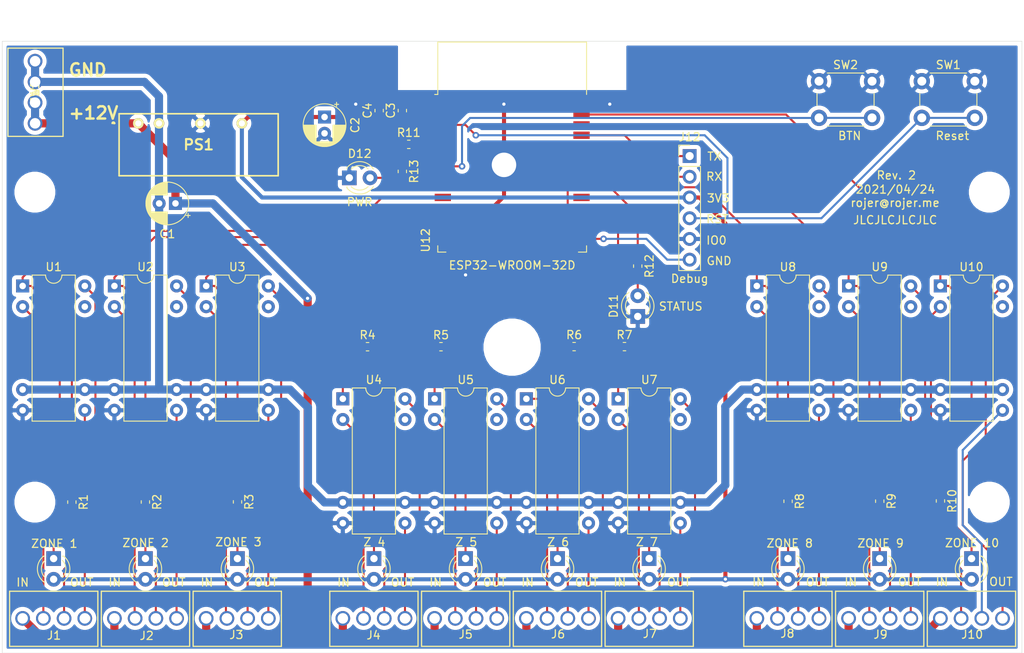
<source format=kicad_pcb>
(kicad_pcb (version 20171130) (host pcbnew 5.1.5+dfsg1-2build2)
  (layers (0 F.Cu signal) (31 B.Cu signal) (34 B.Paste user hide) (35 F.Paste user hide) (36 B.SilkS user) (37 F.SilkS user) (38 B.Mask user) (39 F.Mask user) (44 Edge.Cuts user))
  (net 0 "")
  (net 1 GND)
  (net 2 +3V3)
  (net 3 "Net-(J1-Pad4)")
  (net 4 "Net-(J1-Pad3)")
  (net 5 +12V)
  (net 6 "Net-(J1-Pad2)")
  (net 7 "Net-(J2-Pad2)")
  (net 8 "Net-(J2-Pad3)")
  (net 9 "Net-(J3-Pad2)")
  (net 10 "Net-(J3-Pad3)")
  (net 11 "Net-(J4-Pad2)")
  (net 12 "Net-(J4-Pad3)")
  (net 13 "Net-(J5-Pad2)")
  (net 14 "Net-(J5-Pad3)")
  (net 15 "Net-(J6-Pad2)")
  (net 16 "Net-(J6-Pad3)")
  (net 17 "Net-(U12-Pad4)")
  (net 18 "Net-(U12-Pad5)")
  (net 19 "Net-(U12-Pad6)")
  (net 20 "Net-(U12-Pad8)")
  (net 21 "Net-(U12-Pad9)")
  (net 22 "Net-(U12-Pad14)")
  (net 23 "Net-(U12-Pad17)")
  (net 24 "Net-(U12-Pad18)")
  (net 25 "Net-(U12-Pad19)")
  (net 26 "Net-(U12-Pad20)")
  (net 27 "Net-(U12-Pad21)")
  (net 28 "Net-(U12-Pad22)")
  (net 29 "Net-(U12-Pad23)")
  (net 30 "Net-(U12-Pad24)")
  (net 31 "Net-(U12-Pad26)")
  (net 32 "Net-(U12-Pad28)")
  (net 33 "Net-(U12-Pad29)")
  (net 34 "Net-(U12-Pad32)")
  (net 35 "Net-(J7-Pad2)")
  (net 36 "Net-(J7-Pad3)")
  (net 37 "Net-(J8-Pad2)")
  (net 38 "Net-(J8-Pad3)")
  (net 39 "Net-(J9-Pad2)")
  (net 40 "Net-(J9-Pad3)")
  (net 41 "Net-(J10-Pad2)")
  (net 42 "Net-(J10-Pad3)")
  (net 43 "Net-(J2-Pad4)")
  (net 44 "Net-(J3-Pad4)")
  (net 45 "Net-(J4-Pad4)")
  (net 46 "Net-(J5-Pad4)")
  (net 47 "Net-(J6-Pad4)")
  (net 48 "Net-(J7-Pad4)")
  (net 49 "Net-(J8-Pad4)")
  (net 50 "Net-(J9-Pad4)")
  (net 51 "Net-(J10-Pad4)")
  (net 52 /EN)
  (net 53 /IO0)
  (net 54 /Z1)
  (net 55 /Z2)
  (net 56 /Z3)
  (net 57 /Z4)
  (net 58 /Z5)
  (net 59 /Z6)
  (net 60 /Z7)
  (net 61 /Z8)
  (net 62 /Z9)
  (net 63 /Z10)
  (net 64 /STATUS)
  (net 65 /BTN)
  (net 66 "Net-(D1-Pad1)")
  (net 67 "Net-(D2-Pad1)")
  (net 68 "Net-(D3-Pad1)")
  (net 69 "Net-(D4-Pad1)")
  (net 70 "Net-(D5-Pad1)")
  (net 71 "Net-(D6-Pad1)")
  (net 72 "Net-(D7-Pad1)")
  (net 73 "Net-(D8-Pad1)")
  (net 74 "Net-(D9-Pad1)")
  (net 75 "Net-(D10-Pad1)")
  (net 76 "Net-(D11-Pad2)")
  (net 77 /RX)
  (net 78 /TX)
  (net 79 "Net-(D12-Pad2)")
  (net 80 GNDPWR)
  (module OSTVN04A150:OSTVN04A150 (layer F.Cu) (at 93.75 130.75)
    (fp_text reference J2 (at 3.9538 2.1291) (layer F.SilkS))
    (fp_text value "ZONE 2" (at 3.8268 -9.2501) (layer F.SilkS))
    (fp_text user * (at 0 0) (layer F.SilkS))
    (pad 1 thru_hole circle (at 0 0) (size 1.8034 1.8034) (drill 1.2954) (layers *.Cu *.Mask) (net 5 +12V))
    (pad 2 thru_hole circle (at 2.54 0) (size 1.8034 1.8034) (drill 1.2954) (layers *.Cu *.Mask) (net 7 "Net-(J2-Pad2)"))
    (pad 3 thru_hole circle (at 5.08 0) (size 1.8034 1.8034) (drill 1.2954) (layers *.Cu *.Mask) (net 8 "Net-(J2-Pad3)"))
    (pad 4 thru_hole circle (at 7.62 0) (size 1.8034 1.8034) (drill 1.2954) (layers *.Cu *.Mask) (net 43 "Net-(J2-Pad4)"))
  )
  (module PC02S1203A:PC02S1203A (layer F.Cu) (at 96.6751 70.0649)
    (fp_text reference PS1 (at 7.4 2.625) (layer F.SilkS) (effects (font (size 1.27 1.27) (thickness 0.254))))
    (fp_text value PC02S1203A hide)
    (pad 6 thru_hole circle (at 12.7 0 90) (size 1.303 1.303) (drill 0.76) (layers *.Cu *.Mask F.SilkS) (net 2 +3V3))
    (pad 4 thru_hole circle (at 7.62 0 90) (size 1.303 1.303) (drill 0.76) (layers *.Cu *.Mask F.SilkS) (net 1 GND))
    (pad 2 thru_hole circle (at 2.54 0 90) (size 1.303 1.303) (drill 0.76) (layers *.Cu *.Mask F.SilkS) (net 80 GNDPWR))
    (pad 1 thru_hole circle (at 0 0 90) (size 1.303 1.303) (drill 0.76) (layers *.Cu *.Mask F.SilkS) (net 5 +12V))
  )
  (module Resistor_SMD:R_0603_1608Metric (layer F.Cu) (at 129.0474 75.9577 270)
    (fp_text reference R13 (at 0 -1.43 90) (layer F.SilkS))
    (fp_text value 330)
    (pad 2 smd roundrect (at 0.7875 0 270) (size 0.875 0.95) (layers F.Cu F.Paste F.Mask) (net 79 "Net-(D12-Pad2)"))
    (pad 1 smd roundrect (at -0.7875 0 270) (size 0.875 0.95) (layers F.Cu F.Paste F.Mask) (net 2 +3V3))
  )
  (module LED_THT:LED_D3.0mm (layer F.Cu) (at 122.545 76.7451)
    (fp_text reference D12 (at 1.27 -2.96) (layer F.SilkS))
    (fp_text value PWR (at 1.27 2.96) (layer F.SilkS))
    (pad 2 thru_hole circle (at 2.54 0) (size 1.8 1.8) (drill 0.9) (layers *.Cu *.Mask) (net 79 "Net-(D12-Pad2)"))
    (pad 1 thru_hole rect (at 0 0) (size 1.8 1.8) (drill 0.9) (layers *.Cu *.Mask) (net 1 GND))
  )
  (module Connector_PinHeader_2.54mm:PinHeader_1x06_P2.54mm_Vertical (layer F.Cu) (at 164.2645 74.0781)
    (fp_text reference J12 (at 0 -2.33) (layer F.SilkS))
    (fp_text value Debug (at 0 15.03) (layer F.SilkS))
    (pad 6 thru_hole oval (at 0 12.7) (size 1.7 1.7) (drill 1) (layers *.Cu *.Mask) (net 53 /IO0))
    (pad 5 thru_hole oval (at 0 10.16) (size 1.7 1.7) (drill 1) (layers *.Cu *.Mask) (net 1 GND))
    (pad 4 thru_hole oval (at 0 7.62) (size 1.7 1.7) (drill 1) (layers *.Cu *.Mask) (net 52 /EN))
    (pad 3 thru_hole oval (at 0 5.08) (size 1.7 1.7) (drill 1) (layers *.Cu *.Mask) (net 2 +3V3))
    (pad 2 thru_hole oval (at 0 2.54) (size 1.7 1.7) (drill 1) (layers *.Cu *.Mask) (net 77 /RX))
    (pad 1 thru_hole rect (at 0 0) (size 1.7 1.7) (drill 1) (layers *.Cu *.Mask) (net 78 /TX))
  )
  (module 1:DIP-14_W7.62mm_1267 (layer F.Cu) (at 195 90)
    (fp_text reference U10 (at 3.81 -2.33) (layer F.SilkS))
    (fp_text value 3572.1220)
    (pad 14 thru_hole oval (at 7.62 0) (size 1.6 1.6) (drill 0.8) (layers *.Cu *.Mask) (net 51 "Net-(J10-Pad4)"))
    (pad 7 thru_hole oval (at 0 15.24) (size 1.6 1.6) (drill 0.8) (layers *.Cu *.Mask) (net 1 GND))
    (pad 13 thru_hole oval (at 7.62 2.54) (size 1.6 1.6) (drill 0.8) (layers *.Cu *.Mask))
    (pad 6 thru_hole oval (at 0 12.7) (size 1.6 1.6) (drill 0.8) (layers *.Cu *.Mask) (net 80 GNDPWR))
    (pad 9 thru_hole oval (at 7.62 12.7) (size 1.6 1.6) (drill 0.8) (layers *.Cu *.Mask) (net 80 GNDPWR))
    (pad 2 thru_hole oval (at 0 2.54) (size 1.6 1.6) (drill 0.8) (layers *.Cu *.Mask) (net 41 "Net-(J10-Pad2)"))
    (pad 8 thru_hole oval (at 7.62 15.24) (size 1.6 1.6) (drill 0.8) (layers *.Cu *.Mask) (net 42 "Net-(J10-Pad3)"))
    (pad 1 thru_hole rect (at 0 0) (size 1.6 1.6) (drill 0.8) (layers *.Cu *.Mask) (net 63 /Z10))
  )
  (module 1:DIP-14_W7.62mm_1267 (layer F.Cu) (at 183.75 90)
    (fp_text reference U9 (at 3.81 -2.33) (layer F.SilkS))
    (fp_text value 3572.1220)
    (pad 14 thru_hole oval (at 7.62 0) (size 1.6 1.6) (drill 0.8) (layers *.Cu *.Mask) (net 50 "Net-(J9-Pad4)"))
    (pad 7 thru_hole oval (at 0 15.24) (size 1.6 1.6) (drill 0.8) (layers *.Cu *.Mask) (net 1 GND))
    (pad 13 thru_hole oval (at 7.62 2.54) (size 1.6 1.6) (drill 0.8) (layers *.Cu *.Mask))
    (pad 6 thru_hole oval (at 0 12.7) (size 1.6 1.6) (drill 0.8) (layers *.Cu *.Mask) (net 80 GNDPWR))
    (pad 9 thru_hole oval (at 7.62 12.7) (size 1.6 1.6) (drill 0.8) (layers *.Cu *.Mask) (net 80 GNDPWR))
    (pad 2 thru_hole oval (at 0 2.54) (size 1.6 1.6) (drill 0.8) (layers *.Cu *.Mask) (net 39 "Net-(J9-Pad2)"))
    (pad 8 thru_hole oval (at 7.62 15.24) (size 1.6 1.6) (drill 0.8) (layers *.Cu *.Mask) (net 40 "Net-(J9-Pad3)"))
    (pad 1 thru_hole rect (at 0 0) (size 1.6 1.6) (drill 0.8) (layers *.Cu *.Mask) (net 62 /Z9))
  )
  (module 1:DIP-14_W7.62mm_1267 (layer F.Cu) (at 172.5 90)
    (fp_text reference U8 (at 3.81 -2.33) (layer F.SilkS))
    (fp_text value 3572.1220)
    (pad 14 thru_hole oval (at 7.62 0) (size 1.6 1.6) (drill 0.8) (layers *.Cu *.Mask) (net 49 "Net-(J8-Pad4)"))
    (pad 7 thru_hole oval (at 0 15.24) (size 1.6 1.6) (drill 0.8) (layers *.Cu *.Mask) (net 1 GND))
    (pad 13 thru_hole oval (at 7.62 2.54) (size 1.6 1.6) (drill 0.8) (layers *.Cu *.Mask))
    (pad 6 thru_hole oval (at 0 12.7) (size 1.6 1.6) (drill 0.8) (layers *.Cu *.Mask) (net 80 GNDPWR))
    (pad 9 thru_hole oval (at 7.62 12.7) (size 1.6 1.6) (drill 0.8) (layers *.Cu *.Mask) (net 80 GNDPWR))
    (pad 2 thru_hole oval (at 0 2.54) (size 1.6 1.6) (drill 0.8) (layers *.Cu *.Mask) (net 37 "Net-(J8-Pad2)"))
    (pad 8 thru_hole oval (at 7.62 15.24) (size 1.6 1.6) (drill 0.8) (layers *.Cu *.Mask) (net 38 "Net-(J8-Pad3)"))
    (pad 1 thru_hole rect (at 0 0) (size 1.6 1.6) (drill 0.8) (layers *.Cu *.Mask) (net 61 /Z8))
  )
  (module 1:DIP-14_W7.62mm_1267 (layer F.Cu) (at 155.5 103.8337)
    (fp_text reference U7 (at 3.81 -2.33) (layer F.SilkS))
    (fp_text value 3572.1220)
    (pad 1 thru_hole rect (at 0 0) (size 1.6 1.6) (drill 0.8) (layers *.Cu *.Mask) (net 60 /Z7))
    (pad 8 thru_hole oval (at 7.62 15.24) (size 1.6 1.6) (drill 0.8) (layers *.Cu *.Mask) (net 36 "Net-(J7-Pad3)"))
    (pad 2 thru_hole oval (at 0 2.54) (size 1.6 1.6) (drill 0.8) (layers *.Cu *.Mask) (net 35 "Net-(J7-Pad2)"))
    (pad 9 thru_hole oval (at 7.62 12.7) (size 1.6 1.6) (drill 0.8) (layers *.Cu *.Mask) (net 80 GNDPWR))
    (pad 6 thru_hole oval (at 0 12.7) (size 1.6 1.6) (drill 0.8) (layers *.Cu *.Mask) (net 80 GNDPWR))
    (pad 13 thru_hole oval (at 7.62 2.54) (size 1.6 1.6) (drill 0.8) (layers *.Cu *.Mask))
    (pad 7 thru_hole oval (at 0 15.24) (size 1.6 1.6) (drill 0.8) (layers *.Cu *.Mask) (net 1 GND))
    (pad 14 thru_hole oval (at 7.62 0) (size 1.6 1.6) (drill 0.8) (layers *.Cu *.Mask) (net 48 "Net-(J7-Pad4)"))
  )
  (module 1:DIP-14_W7.62mm_1267 (layer F.Cu) (at 144.25 103.8337)
    (fp_text reference U6 (at 3.81 -2.33) (layer F.SilkS))
    (fp_text value 3572.1220)
    (pad 1 thru_hole rect (at 0 0) (size 1.6 1.6) (drill 0.8) (layers *.Cu *.Mask) (net 59 /Z6))
    (pad 8 thru_hole oval (at 7.62 15.24) (size 1.6 1.6) (drill 0.8) (layers *.Cu *.Mask) (net 16 "Net-(J6-Pad3)"))
    (pad 2 thru_hole oval (at 0 2.54) (size 1.6 1.6) (drill 0.8) (layers *.Cu *.Mask) (net 15 "Net-(J6-Pad2)"))
    (pad 9 thru_hole oval (at 7.62 12.7) (size 1.6 1.6) (drill 0.8) (layers *.Cu *.Mask) (net 80 GNDPWR))
    (pad 6 thru_hole oval (at 0 12.7) (size 1.6 1.6) (drill 0.8) (layers *.Cu *.Mask) (net 80 GNDPWR))
    (pad 13 thru_hole oval (at 7.62 2.54) (size 1.6 1.6) (drill 0.8) (layers *.Cu *.Mask))
    (pad 7 thru_hole oval (at 0 15.24) (size 1.6 1.6) (drill 0.8) (layers *.Cu *.Mask) (net 1 GND))
    (pad 14 thru_hole oval (at 7.62 0) (size 1.6 1.6) (drill 0.8) (layers *.Cu *.Mask) (net 47 "Net-(J6-Pad4)"))
  )
  (module 1:DIP-14_W7.62mm_1267 (layer F.Cu) (at 133 103.8337)
    (fp_text reference U5 (at 3.81 -2.33) (layer F.SilkS))
    (fp_text value 3572.1220)
    (pad 1 thru_hole rect (at 0 0) (size 1.6 1.6) (drill 0.8) (layers *.Cu *.Mask) (net 58 /Z5))
    (pad 8 thru_hole oval (at 7.62 15.24) (size 1.6 1.6) (drill 0.8) (layers *.Cu *.Mask) (net 14 "Net-(J5-Pad3)"))
    (pad 2 thru_hole oval (at 0 2.54) (size 1.6 1.6) (drill 0.8) (layers *.Cu *.Mask) (net 13 "Net-(J5-Pad2)"))
    (pad 9 thru_hole oval (at 7.62 12.7) (size 1.6 1.6) (drill 0.8) (layers *.Cu *.Mask) (net 80 GNDPWR))
    (pad 6 thru_hole oval (at 0 12.7) (size 1.6 1.6) (drill 0.8) (layers *.Cu *.Mask) (net 80 GNDPWR))
    (pad 13 thru_hole oval (at 7.62 2.54) (size 1.6 1.6) (drill 0.8) (layers *.Cu *.Mask))
    (pad 7 thru_hole oval (at 0 15.24) (size 1.6 1.6) (drill 0.8) (layers *.Cu *.Mask) (net 1 GND))
    (pad 14 thru_hole oval (at 7.62 0) (size 1.6 1.6) (drill 0.8) (layers *.Cu *.Mask) (net 46 "Net-(J5-Pad4)"))
  )
  (module 1:DIP-14_W7.62mm_1267 (layer F.Cu) (at 121.75 103.8337)
    (fp_text reference U4 (at 3.81 -2.33) (layer F.SilkS))
    (fp_text value 3572.1220)
    (pad 1 thru_hole rect (at 0 0) (size 1.6 1.6) (drill 0.8) (layers *.Cu *.Mask) (net 57 /Z4))
    (pad 8 thru_hole oval (at 7.62 15.24) (size 1.6 1.6) (drill 0.8) (layers *.Cu *.Mask) (net 12 "Net-(J4-Pad3)"))
    (pad 2 thru_hole oval (at 0 2.54) (size 1.6 1.6) (drill 0.8) (layers *.Cu *.Mask) (net 11 "Net-(J4-Pad2)"))
    (pad 9 thru_hole oval (at 7.62 12.7) (size 1.6 1.6) (drill 0.8) (layers *.Cu *.Mask) (net 80 GNDPWR))
    (pad 6 thru_hole oval (at 0 12.7) (size 1.6 1.6) (drill 0.8) (layers *.Cu *.Mask) (net 80 GNDPWR))
    (pad 13 thru_hole oval (at 7.62 2.54) (size 1.6 1.6) (drill 0.8) (layers *.Cu *.Mask))
    (pad 7 thru_hole oval (at 0 15.24) (size 1.6 1.6) (drill 0.8) (layers *.Cu *.Mask) (net 1 GND))
    (pad 14 thru_hole oval (at 7.62 0) (size 1.6 1.6) (drill 0.8) (layers *.Cu *.Mask) (net 45 "Net-(J4-Pad4)"))
  )
  (module 1:DIP-14_W7.62mm_1267 (layer F.Cu) (at 105 90)
    (fp_text reference U3 (at 3.81 -2.33) (layer F.SilkS))
    (fp_text value 3572.1220)
    (pad 14 thru_hole oval (at 7.62 0) (size 1.6 1.6) (drill 0.8) (layers *.Cu *.Mask) (net 44 "Net-(J3-Pad4)"))
    (pad 7 thru_hole oval (at 0 15.24) (size 1.6 1.6) (drill 0.8) (layers *.Cu *.Mask) (net 1 GND))
    (pad 13 thru_hole oval (at 7.62 2.54) (size 1.6 1.6) (drill 0.8) (layers *.Cu *.Mask))
    (pad 6 thru_hole oval (at 0 12.7) (size 1.6 1.6) (drill 0.8) (layers *.Cu *.Mask) (net 80 GNDPWR))
    (pad 9 thru_hole oval (at 7.62 12.7) (size 1.6 1.6) (drill 0.8) (layers *.Cu *.Mask) (net 80 GNDPWR))
    (pad 2 thru_hole oval (at 0 2.54) (size 1.6 1.6) (drill 0.8) (layers *.Cu *.Mask) (net 9 "Net-(J3-Pad2)"))
    (pad 8 thru_hole oval (at 7.62 15.24) (size 1.6 1.6) (drill 0.8) (layers *.Cu *.Mask) (net 10 "Net-(J3-Pad3)"))
    (pad 1 thru_hole rect (at 0 0) (size 1.6 1.6) (drill 0.8) (layers *.Cu *.Mask) (net 56 /Z3))
  )
  (module 1:DIP-14_W7.62mm_1267 (layer F.Cu) (at 93.75 90)
    (fp_text reference U2 (at 3.81 -2.33) (layer F.SilkS))
    (fp_text value 3572.1220)
    (pad 14 thru_hole oval (at 7.62 0) (size 1.6 1.6) (drill 0.8) (layers *.Cu *.Mask) (net 43 "Net-(J2-Pad4)"))
    (pad 7 thru_hole oval (at 0 15.24) (size 1.6 1.6) (drill 0.8) (layers *.Cu *.Mask) (net 1 GND))
    (pad 13 thru_hole oval (at 7.62 2.54) (size 1.6 1.6) (drill 0.8) (layers *.Cu *.Mask))
    (pad 6 thru_hole oval (at 0 12.7) (size 1.6 1.6) (drill 0.8) (layers *.Cu *.Mask) (net 80 GNDPWR))
    (pad 9 thru_hole oval (at 7.62 12.7) (size 1.6 1.6) (drill 0.8) (layers *.Cu *.Mask) (net 80 GNDPWR))
    (pad 2 thru_hole oval (at 0 2.54) (size 1.6 1.6) (drill 0.8) (layers *.Cu *.Mask) (net 7 "Net-(J2-Pad2)"))
    (pad 8 thru_hole oval (at 7.62 15.24) (size 1.6 1.6) (drill 0.8) (layers *.Cu *.Mask) (net 8 "Net-(J2-Pad3)"))
    (pad 1 thru_hole rect (at 0 0) (size 1.6 1.6) (drill 0.8) (layers *.Cu *.Mask) (net 55 /Z2))
  )
  (module 1:DIP-14_W7.62mm_1267 (layer F.Cu) (at 82.5 90)
    (fp_text reference U1 (at 3.81 -2.33) (layer F.SilkS))
    (fp_text value 3572.1220)
    (pad 14 thru_hole oval (at 7.62 0) (size 1.6 1.6) (drill 0.8) (layers *.Cu *.Mask) (net 3 "Net-(J1-Pad4)"))
    (pad 7 thru_hole oval (at 0 15.24) (size 1.6 1.6) (drill 0.8) (layers *.Cu *.Mask) (net 1 GND))
    (pad 13 thru_hole oval (at 7.62 2.54) (size 1.6 1.6) (drill 0.8) (layers *.Cu *.Mask))
    (pad 6 thru_hole oval (at 0 12.7) (size 1.6 1.6) (drill 0.8) (layers *.Cu *.Mask) (net 80 GNDPWR))
    (pad 9 thru_hole oval (at 7.62 12.7) (size 1.6 1.6) (drill 0.8) (layers *.Cu *.Mask) (net 80 GNDPWR))
    (pad 2 thru_hole oval (at 0 2.54) (size 1.6 1.6) (drill 0.8) (layers *.Cu *.Mask) (net 6 "Net-(J1-Pad2)"))
    (pad 8 thru_hole oval (at 7.62 15.24) (size 1.6 1.6) (drill 0.8) (layers *.Cu *.Mask) (net 4 "Net-(J1-Pad3)"))
    (pad 1 thru_hole rect (at 0 0) (size 1.6 1.6) (drill 0.8) (layers *.Cu *.Mask) (net 54 /Z1))
  )
  (module OSTVN04A150:OSTVN04A150 (layer F.Cu) (at 172.5 130.75)
    (fp_text reference J8 (at 3.7533 1.8624) (layer F.SilkS))
    (fp_text value "ZONE 8" (at 4.0327 -9.1993) (layer F.SilkS))
    (pad 1 thru_hole circle (at 0 0) (size 1.8034 1.8034) (drill 1.2954) (layers *.Cu *.Mask) (net 5 +12V))
    (pad 2 thru_hole circle (at 2.54 0) (size 1.8034 1.8034) (drill 1.2954) (layers *.Cu *.Mask) (net 37 "Net-(J8-Pad2)"))
    (pad 3 thru_hole circle (at 5.08 0) (size 1.8034 1.8034) (drill 1.2954) (layers *.Cu *.Mask) (net 38 "Net-(J8-Pad3)"))
    (pad 4 thru_hole circle (at 7.62 0) (size 1.8034 1.8034) (drill 1.2954) (layers *.Cu *.Mask) (net 49 "Net-(J8-Pad4)"))
  )
  (module OSTVN04A150:OSTVN04A150 (layer F.Cu) (at 84.0259 70.0649 90)
    (fp_text reference J11 (at 3.81 0 90) (layer F.SilkS))
    (fp_text value PWR (at 3.81 0 90) (layer F.SilkS))
    (pad 1 thru_hole circle (at 0 0 90) (size 1.8034 1.8034) (drill 1.2954) (layers *.Cu *.Mask) (net 5 +12V))
    (pad 2 thru_hole circle (at 2.54 0 90) (size 1.8034 1.8034) (drill 1.2954) (layers *.Cu *.Mask) (net 5 +12V))
    (pad 3 thru_hole circle (at 5.08 0 90) (size 1.8034 1.8034) (drill 1.2954) (layers *.Cu *.Mask) (net 80 GNDPWR))
    (pad 4 thru_hole circle (at 7.62 0 90) (size 1.8034 1.8034) (drill 1.2954) (layers *.Cu *.Mask) (net 80 GNDPWR))
  )
  (module OSTVN04A150:OSTVN04A150 (layer F.Cu) (at 121.75 130.75)
    (fp_text reference J4 (at 3.7668 2.0656) (layer F.SilkS))
    (fp_text value "Z 4" (at 3.8684 -9.3517) (layer F.SilkS))
    (pad 4 thru_hole circle (at 7.62 0) (size 1.8034 1.8034) (drill 1.2954) (layers *.Cu *.Mask) (net 45 "Net-(J4-Pad4)"))
    (pad 3 thru_hole circle (at 5.08 0) (size 1.8034 1.8034) (drill 1.2954) (layers *.Cu *.Mask) (net 12 "Net-(J4-Pad3)"))
    (pad 2 thru_hole circle (at 2.54 0) (size 1.8034 1.8034) (drill 1.2954) (layers *.Cu *.Mask) (net 11 "Net-(J4-Pad2)"))
    (pad 1 thru_hole circle (at 0 0) (size 1.8034 1.8034) (drill 1.2954) (layers *.Cu *.Mask) (net 5 +12V))
  )
  (module OSTVN04A150:OSTVN04A150 (layer F.Cu) (at 82.5 130.75)
    (fp_text reference J1 (at 3.85 2.091 180) (layer F.SilkS))
    (fp_text value "ZONE 1" (at 3.8881 -9.1612 180) (layer F.SilkS))
    (pad 1 thru_hole circle (at 0 0) (size 1.8034 1.8034) (drill 1.2954) (layers *.Cu *.Mask) (net 5 +12V))
    (pad 2 thru_hole circle (at 2.54 0) (size 1.8034 1.8034) (drill 1.2954) (layers *.Cu *.Mask) (net 6 "Net-(J1-Pad2)"))
    (pad 3 thru_hole circle (at 5.08 0) (size 1.8034 1.8034) (drill 1.2954) (layers *.Cu *.Mask) (net 4 "Net-(J1-Pad3)"))
    (pad 4 thru_hole circle (at 7.62 0) (size 1.8034 1.8034) (drill 1.2954) (layers *.Cu *.Mask) (net 3 "Net-(J1-Pad4)"))
  )
  (module Resistor_SMD:R_0603_1608Metric (layer F.Cu) (at 129.8348 72.643)
    (fp_text reference R11 (at 0 -1.43) (layer F.SilkS))
    (fp_text value 10K)
    (pad 2 smd roundrect (at 0.7875 0) (size 0.875 0.95) (layers F.Cu F.Paste F.Mask) (net 52 /EN))
    (pad 1 smd roundrect (at -0.7875 0) (size 0.875 0.95) (layers F.Cu F.Paste F.Mask) (net 2 +3V3))
  )
  (module Button_Switch_THT:SW_PUSH_6mm (layer F.Cu) (at 180.1268 64.896)
    (fp_text reference SW2 (at 3.25 -2) (layer F.SilkS))
    (fp_text value BTN (at 3.75 6.7) (layer F.SilkS))
    (pad 1 thru_hole circle (at 6.5 0 90) (size 2 2) (drill 1.1) (layers *.Cu *.Mask) (net 1 GND))
    (pad 2 thru_hole circle (at 6.5 4.5 90) (size 2 2) (drill 1.1) (layers *.Cu *.Mask) (net 65 /BTN))
    (pad 1 thru_hole circle (at 0 0 90) (size 2 2) (drill 1.1) (layers *.Cu *.Mask) (net 1 GND))
    (pad 2 thru_hole circle (at 0 4.5 90) (size 2 2) (drill 1.1) (layers *.Cu *.Mask) (net 65 /BTN))
  )
  (module Resistor_SMD:R_0603_1608Metric (layer F.Cu) (at 157.9018 87.5655 270)
    (fp_text reference R12 (at 0 -1.43 90) (layer F.SilkS))
    (fp_text value 330)
    (pad 2 smd roundrect (at 0.7875 0 270) (size 0.875 0.95) (layers F.Cu F.Paste F.Mask) (net 76 "Net-(D11-Pad2)"))
    (pad 1 smd roundrect (at -0.7875 0 270) (size 0.875 0.95) (layers F.Cu F.Paste F.Mask) (net 64 /STATUS))
  )
  (module Resistor_SMD:R_0603_1608Metric (layer F.Cu) (at 195.0112 116.3564 270)
    (fp_text reference R10 (at 0 -1.43 90) (layer F.SilkS))
    (fp_text value 330)
    (pad 2 smd roundrect (at 0.7875 0 270) (size 0.875 0.95) (layers F.Cu F.Paste F.Mask) (net 75 "Net-(D10-Pad1)"))
    (pad 1 smd roundrect (at -0.7875 0 270) (size 0.875 0.95) (layers F.Cu F.Paste F.Mask) (net 63 /Z10))
  )
  (module Resistor_SMD:R_0603_1608Metric (layer F.Cu) (at 187.569 116.3818 270)
    (fp_text reference R9 (at 0 -1.43 90) (layer F.SilkS))
    (fp_text value 330)
    (pad 2 smd roundrect (at 0.7875 0 270) (size 0.875 0.95) (layers F.Cu F.Paste F.Mask) (net 74 "Net-(D9-Pad1)"))
    (pad 1 smd roundrect (at -0.7875 0 270) (size 0.875 0.95) (layers F.Cu F.Paste F.Mask) (net 62 /Z9))
  )
  (module Resistor_SMD:R_0603_1608Metric (layer F.Cu) (at 176.3295 116.3945 270)
    (fp_text reference R8 (at 0 -1.43 90) (layer F.SilkS))
    (fp_text value 330)
    (pad 2 smd roundrect (at 0.7875 0 270) (size 0.875 0.95) (layers F.Cu F.Paste F.Mask) (net 73 "Net-(D8-Pad1)"))
    (pad 1 smd roundrect (at -0.7875 0 270) (size 0.875 0.95) (layers F.Cu F.Paste F.Mask) (net 61 /Z8))
  )
  (module Resistor_SMD:R_0603_1608Metric (layer F.Cu) (at 156.2762 97.4334)
    (fp_text reference R7 (at 0 -1.43) (layer F.SilkS))
    (fp_text value 330)
    (pad 2 smd roundrect (at 0.7875 0) (size 0.875 0.95) (layers F.Cu F.Paste F.Mask) (net 72 "Net-(D7-Pad1)"))
    (pad 1 smd roundrect (at -0.7875 0) (size 0.875 0.95) (layers F.Cu F.Paste F.Mask) (net 60 /Z7))
  )
  (module Resistor_SMD:R_0603_1608Metric (layer F.Cu) (at 150.104 97.4334)
    (fp_text reference R6 (at 0 -1.43) (layer F.SilkS))
    (fp_text value 330)
    (pad 2 smd roundrect (at 0.7875 0) (size 0.875 0.95) (layers F.Cu F.Paste F.Mask) (net 71 "Net-(D6-Pad1)"))
    (pad 1 smd roundrect (at -0.7875 0) (size 0.875 0.95) (layers F.Cu F.Paste F.Mask) (net 59 /Z6))
  )
  (module Resistor_SMD:R_0603_1608Metric (layer F.Cu) (at 133.7845 97.4461)
    (fp_text reference R5 (at 0 -1.43) (layer F.SilkS))
    (fp_text value 330)
    (pad 2 smd roundrect (at 0.7875 0) (size 0.875 0.95) (layers F.Cu F.Paste F.Mask) (net 70 "Net-(D5-Pad1)"))
    (pad 1 smd roundrect (at -0.7875 0) (size 0.875 0.95) (layers F.Cu F.Paste F.Mask) (net 58 /Z5))
  )
  (module Resistor_SMD:R_0603_1608Metric (layer F.Cu) (at 124.7802 97.4461)
    (fp_text reference R4 (at 0 -1.43) (layer F.SilkS))
    (fp_text value 330)
    (pad 2 smd roundrect (at 0.7875 0) (size 0.875 0.95) (layers F.Cu F.Paste F.Mask) (net 69 "Net-(D4-Pad1)"))
    (pad 1 smd roundrect (at -0.7875 0) (size 0.875 0.95) (layers F.Cu F.Paste F.Mask) (net 57 /Z4))
  )
  (module Resistor_SMD:R_0603_1608Metric (layer F.Cu) (at 108.8417 116.4706 270)
    (fp_text reference R3 (at 0 -1.43 90) (layer F.SilkS))
    (fp_text value 330)
    (pad 2 smd roundrect (at 0.7875 0 270) (size 0.875 0.95) (layers F.Cu F.Paste F.Mask) (net 68 "Net-(D3-Pad1)"))
    (pad 1 smd roundrect (at -0.7875 0 270) (size 0.875 0.95) (layers F.Cu F.Paste F.Mask) (net 56 /Z3))
  )
  (module Resistor_SMD:R_0603_1608Metric (layer F.Cu) (at 97.5514 116.4834 270)
    (fp_text reference R2 (at 0 -1.43 90) (layer F.SilkS))
    (fp_text value 330)
    (pad 2 smd roundrect (at 0.7875 0 270) (size 0.875 0.95) (layers F.Cu F.Paste F.Mask) (net 67 "Net-(D2-Pad1)"))
    (pad 1 smd roundrect (at -0.7875 0 270) (size 0.875 0.95) (layers F.Cu F.Paste F.Mask) (net 55 /Z2))
  )
  (module Resistor_SMD:R_0603_1608Metric (layer F.Cu) (at 88.5344 116.4961 270)
    (fp_text reference R1 (at 0 -1.43 90) (layer F.SilkS))
    (fp_text value 330)
    (pad 2 smd roundrect (at 0.7875 0 270) (size 0.875 0.95) (layers F.Cu F.Paste F.Mask) (net 66 "Net-(D1-Pad1)"))
    (pad 1 smd roundrect (at -0.7875 0 270) (size 0.875 0.95) (layers F.Cu F.Paste F.Mask) (net 54 /Z1))
  )
  (module LED_THT:LED_D3.0mm (layer F.Cu) (at 157.9018 93.7377 90)
    (fp_text reference D11 (at 1.27 -2.96 90) (layer F.SilkS))
    (fp_text value STATUS (at 1.2319 5.2705 180) (layer F.SilkS))
    (pad 2 thru_hole circle (at 2.54 0 90) (size 1.8 1.8) (drill 0.9) (layers *.Cu *.Mask) (net 76 "Net-(D11-Pad2)"))
    (pad 1 thru_hole rect (at 0 0 90) (size 1.8 1.8) (drill 0.9) (layers *.Cu *.Mask) (net 1 GND))
  )
  (module LED_THT:LED_D3.0mm (layer F.Cu) (at 198.8212 123.4176 270)
    (fp_text reference D10)
    (fp_text value Z10)
    (pad 2 thru_hole circle (at 2.54 0 270) (size 1.8 1.8) (drill 0.9) (layers *.Cu *.Mask) (net 2 +3V3))
    (pad 1 thru_hole rect (at 0 0 270) (size 1.8 1.8) (drill 0.9) (layers *.Cu *.Mask) (net 75 "Net-(D10-Pad1)"))
  )
  (module LED_THT:LED_D3.0mm (layer F.Cu) (at 187.5563 123.4176 270)
    (fp_text reference D9)
    (fp_text value Z9)
    (pad 2 thru_hole circle (at 2.54 0 270) (size 1.8 1.8) (drill 0.9) (layers *.Cu *.Mask) (net 2 +3V3))
    (pad 1 thru_hole rect (at 0 0 270) (size 1.8 1.8) (drill 0.9) (layers *.Cu *.Mask) (net 74 "Net-(D9-Pad1)"))
  )
  (module LED_THT:LED_D3.0mm (layer F.Cu) (at 176.3168 123.4176 270)
    (fp_text reference D8)
    (fp_text value Z8)
    (pad 2 thru_hole circle (at 2.54 0 270) (size 1.8 1.8) (drill 0.9) (layers *.Cu *.Mask) (net 2 +3V3))
    (pad 1 thru_hole rect (at 0 0 270) (size 1.8 1.8) (drill 0.9) (layers *.Cu *.Mask) (net 73 "Net-(D8-Pad1)"))
  )
  (module LED_THT:LED_D3.0mm (layer F.Cu) (at 159.2988 123.4176 270)
    (fp_text reference D7)
    (fp_text value Z7)
    (pad 2 thru_hole circle (at 2.54 0 270) (size 1.8 1.8) (drill 0.9) (layers *.Cu *.Mask) (net 2 +3V3))
    (pad 1 thru_hole rect (at 0 0 270) (size 1.8 1.8) (drill 0.9) (layers *.Cu *.Mask) (net 72 "Net-(D7-Pad1)"))
  )
  (module LED_THT:LED_D3.0mm (layer F.Cu) (at 148.072 123.4176 270)
    (fp_text reference D6)
    (fp_text value Z6)
    (pad 2 thru_hole circle (at 2.54 0 270) (size 1.8 1.8) (drill 0.9) (layers *.Cu *.Mask) (net 2 +3V3))
    (pad 1 thru_hole rect (at 0 0 270) (size 1.8 1.8) (drill 0.9) (layers *.Cu *.Mask) (net 71 "Net-(D6-Pad1)"))
  )
  (module LED_THT:LED_D3.0mm (layer F.Cu) (at 136.7944 123.4176 270)
    (fp_text reference D5)
    (fp_text value Z5)
    (pad 2 thru_hole circle (at 2.54 0 270) (size 1.8 1.8) (drill 0.9) (layers *.Cu *.Mask) (net 2 +3V3))
    (pad 1 thru_hole rect (at 0 0 270) (size 1.8 1.8) (drill 0.9) (layers *.Cu *.Mask) (net 70 "Net-(D5-Pad1)"))
  )
  (module LED_THT:LED_D3.0mm (layer F.Cu) (at 125.5676 123.4176 270)
    (fp_text reference D4)
    (fp_text value Z4)
    (pad 2 thru_hole circle (at 2.54 0 270) (size 1.8 1.8) (drill 0.9) (layers *.Cu *.Mask) (net 2 +3V3))
    (pad 1 thru_hole rect (at 0 0 270) (size 1.8 1.8) (drill 0.9) (layers *.Cu *.Mask) (net 69 "Net-(D4-Pad1)"))
  )
  (module LED_THT:LED_D3.0mm (layer F.Cu) (at 108.829 123.4176 270)
    (fp_text reference D3)
    (fp_text value Z3)
    (pad 2 thru_hole circle (at 2.54 0 270) (size 1.8 1.8) (drill 0.9) (layers *.Cu *.Mask) (net 2 +3V3))
    (pad 1 thru_hole rect (at 0 0 270) (size 1.8 1.8) (drill 0.9) (layers *.Cu *.Mask) (net 68 "Net-(D3-Pad1)"))
  )
  (module LED_THT:LED_D3.0mm (layer F.Cu) (at 97.5514 123.4176 270)
    (fp_text reference D2)
    (fp_text value Z2)
    (pad 2 thru_hole circle (at 2.54 0 270) (size 1.8 1.8) (drill 0.9) (layers *.Cu *.Mask) (net 2 +3V3))
    (pad 1 thru_hole rect (at 0 0 270) (size 1.8 1.8) (drill 0.9) (layers *.Cu *.Mask) (net 67 "Net-(D2-Pad1)"))
  )
  (module LED_THT:LED_D3.0mm (layer F.Cu) (at 86.2992 123.4176 270)
    (fp_text reference D1)
    (fp_text value Z1)
    (pad 2 thru_hole circle (at 2.54 0 270) (size 1.8 1.8) (drill 0.9) (layers *.Cu *.Mask) (net 2 +3V3))
    (pad 1 thru_hole rect (at 0 0 270) (size 1.8 1.8) (drill 0.9) (layers *.Cu *.Mask) (net 66 "Net-(D1-Pad1)"))
  )
  (module Button_Switch_THT:SW_PUSH_6mm (layer F.Cu) (at 192.7252 64.896)
    (fp_text reference SW1 (at 3.25 -2) (layer F.SilkS))
    (fp_text value Reset (at 3.75 6.7) (layer F.SilkS))
    (pad 1 thru_hole circle (at 6.5 0 90) (size 2 2) (drill 1.1) (layers *.Cu *.Mask) (net 1 GND))
    (pad 2 thru_hole circle (at 6.5 4.5 90) (size 2 2) (drill 1.1) (layers *.Cu *.Mask) (net 52 /EN))
    (pad 1 thru_hole circle (at 0 0 90) (size 2 2) (drill 1.1) (layers *.Cu *.Mask) (net 1 GND))
    (pad 2 thru_hole circle (at 0 4.5 90) (size 2 2) (drill 1.1) (layers *.Cu *.Mask) (net 52 /EN))
  )
  (module Capacitor_SMD:C_0603_1608Metric (layer F.Cu) (at 126.2026 68.5028 90)
    (fp_text reference C4 (at 0 -1.43 90) (layer F.SilkS))
    (fp_text value 0.1uF)
    (pad 2 smd roundrect (at 0.7875 0 90) (size 0.875 0.95) (layers F.Cu F.Paste F.Mask) (net 1 GND))
    (pad 1 smd roundrect (at -0.7875 0 90) (size 0.875 0.95) (layers F.Cu F.Paste F.Mask) (net 2 +3V3))
  )
  (module Capacitor_SMD:C_0603_1608Metric (layer F.Cu) (at 129.0474 68.5028 90)
    (fp_text reference C3 (at 0 -1.43 90) (layer F.SilkS))
    (fp_text value 1uF)
    (pad 2 smd roundrect (at 0.7875 0 90) (size 0.875 0.95) (layers F.Cu F.Paste F.Mask) (net 1 GND))
    (pad 1 smd roundrect (at -0.7875 0 90) (size 0.875 0.95) (layers F.Cu F.Paste F.Mask) (net 2 +3V3))
  )
  (module MountingHole:MountingHole_4mm (layer F.Cu) (at 201 116.5)
    (fp_text reference H5)
    (fp_text value MountingHole)
    (pad 1 np_thru_hole circle (at 0 0) (size 4 4) (drill 4) (layers *.Cu *.Mask))
  )
  (module MountingHole:MountingHole_4mm (layer F.Cu) (at 201 78.5)
    (fp_text reference H4)
    (fp_text value MountingHole)
    (pad 1 np_thru_hole circle (at 0 0) (size 4 4) (drill 4) (layers *.Cu *.Mask))
  )
  (module MountingHole:MountingHole_4mm (layer F.Cu) (at 84 116.5)
    (fp_text reference H3)
    (fp_text value MountingHole)
    (pad 1 np_thru_hole circle (at 0 0) (size 4 4) (drill 4) (layers *.Cu *.Mask))
  )
  (module MountingHole:MountingHole_4mm (layer F.Cu) (at 84 78.5)
    (fp_text reference H2)
    (fp_text value MountingHole)
    (pad 1 np_thru_hole circle (at 0 0) (size 4 4) (drill 4) (layers *.Cu *.Mask))
  )
  (module MountingHole:MountingHole_6mm (layer F.Cu) (at 142.5 97.5)
    (fp_text reference H1)
    (fp_text value MountingHole)
    (pad 1 np_thru_hole circle (at 0 0) (size 6 6) (drill 6) (layers *.Cu *.Mask))
  )
  (module OSTVN04A150:OSTVN04A150 (layer F.Cu) (at 155.5 130.75)
    (fp_text reference J7 (at 3.8877 1.8878) (layer F.SilkS))
    (fp_text value "Z 7" (at 3.5194 -9.3644) (layer F.SilkS))
    (fp_text user * (at 0 0) (layer F.SilkS))
    (pad 4 thru_hole circle (at 7.62 0) (size 1.8034 1.8034) (drill 1.2954) (layers *.Cu *.Mask) (net 48 "Net-(J7-Pad4)"))
    (pad 3 thru_hole circle (at 5.08 0) (size 1.8034 1.8034) (drill 1.2954) (layers *.Cu *.Mask) (net 36 "Net-(J7-Pad3)"))
    (pad 2 thru_hole circle (at 2.54 0) (size 1.8034 1.8034) (drill 1.2954) (layers *.Cu *.Mask) (net 35 "Net-(J7-Pad2)"))
    (pad 1 thru_hole circle (at 0 0) (size 1.8034 1.8034) (drill 1.2954) (layers *.Cu *.Mask) (net 5 +12V))
  )
  (module OSTVN04A150:OSTVN04A150 (layer F.Cu) (at 195 130.75)
    (fp_text reference J10 (at 3.8974 1.9767) (layer F.SilkS))
    (fp_text value "ZONE 10" (at 3.8847 -9.2374) (layer F.SilkS))
    (fp_text user * (at 0 0) (layer F.SilkS))
    (pad 1 thru_hole circle (at 0 0) (size 1.8034 1.8034) (drill 1.2954) (layers *.Cu *.Mask) (net 5 +12V))
    (pad 2 thru_hole circle (at 2.54 0) (size 1.8034 1.8034) (drill 1.2954) (layers *.Cu *.Mask) (net 41 "Net-(J10-Pad2)"))
    (pad 3 thru_hole circle (at 5.08 0) (size 1.8034 1.8034) (drill 1.2954) (layers *.Cu *.Mask) (net 42 "Net-(J10-Pad3)"))
    (pad 4 thru_hole circle (at 7.62 0) (size 1.8034 1.8034) (drill 1.2954) (layers *.Cu *.Mask) (net 51 "Net-(J10-Pad4)"))
  )
  (module OSTVN04A150:OSTVN04A150 (layer F.Cu) (at 183.75 130.75)
    (fp_text reference J9 (at 3.9206 1.9767) (layer F.SilkS))
    (fp_text value "ZONE 9" (at 3.9206 -9.1993) (layer F.SilkS))
    (fp_text user * (at 0 0) (layer F.SilkS))
    (pad 1 thru_hole circle (at 0 0) (size 1.8034 1.8034) (drill 1.2954) (layers *.Cu *.Mask) (net 5 +12V))
    (pad 2 thru_hole circle (at 2.54 0) (size 1.8034 1.8034) (drill 1.2954) (layers *.Cu *.Mask) (net 39 "Net-(J9-Pad2)"))
    (pad 3 thru_hole circle (at 5.08 0) (size 1.8034 1.8034) (drill 1.2954) (layers *.Cu *.Mask) (net 40 "Net-(J9-Pad3)"))
    (pad 4 thru_hole circle (at 7.62 0) (size 1.8034 1.8034) (drill 1.2954) (layers *.Cu *.Mask) (net 50 "Net-(J9-Pad4)"))
  )
  (module OSTVN04A150:OSTVN04A150 (layer F.Cu) (at 133 130.75)
    (fp_text reference J5 (at 3.81 1.964) (layer F.SilkS))
    (fp_text value "Z 5" (at 3.8833 -9.3517) (layer F.SilkS))
    (fp_text user * (at 0 0) (layer F.SilkS))
    (pad 4 thru_hole circle (at 7.62 0) (size 1.8034 1.8034) (drill 1.2954) (layers *.Cu *.Mask) (net 46 "Net-(J5-Pad4)"))
    (pad 3 thru_hole circle (at 5.08 0) (size 1.8034 1.8034) (drill 1.2954) (layers *.Cu *.Mask) (net 14 "Net-(J5-Pad3)"))
    (pad 2 thru_hole circle (at 2.54 0) (size 1.8034 1.8034) (drill 1.2954) (layers *.Cu *.Mask) (net 13 "Net-(J5-Pad2)"))
    (pad 1 thru_hole circle (at 0 0) (size 1.8034 1.8034) (drill 1.2954) (layers *.Cu *.Mask) (net 5 +12V))
  )
  (module OSTVN04A150:OSTVN04A150 (layer F.Cu) (at 105 130.75)
    (fp_text reference J3 (at 3.702 2.0148) (layer F.SilkS))
    (fp_text value "ZONE 3" (at 3.956 -9.3517) (layer F.SilkS))
    (fp_text user * (at 0 0) (layer F.SilkS))
    (pad 1 thru_hole circle (at 0 0) (size 1.8034 1.8034) (drill 1.2954) (layers *.Cu *.Mask) (net 5 +12V))
    (pad 2 thru_hole circle (at 2.54 0) (size 1.8034 1.8034) (drill 1.2954) (layers *.Cu *.Mask) (net 9 "Net-(J3-Pad2)"))
    (pad 3 thru_hole circle (at 5.08 0) (size 1.8034 1.8034) (drill 1.2954) (layers *.Cu *.Mask) (net 10 "Net-(J3-Pad3)"))
    (pad 4 thru_hole circle (at 7.62 0) (size 1.8034 1.8034) (drill 1.2954) (layers *.Cu *.Mask) (net 44 "Net-(J3-Pad4)"))
  )
  (module OSTVN04A150:OSTVN04A150 (layer F.Cu) (at 144.25 130.75)
    (fp_text reference J6 (at 3.8855 1.9386) (layer F.SilkS))
    (fp_text value "Z 6" (at 3.8982 -9.3517) (layer F.SilkS))
    (fp_text user * (at 0 0) (layer F.SilkS))
    (pad 4 thru_hole circle (at 7.62 0) (size 1.8034 1.8034) (drill 1.2954) (layers *.Cu *.Mask) (net 47 "Net-(J6-Pad4)"))
    (pad 3 thru_hole circle (at 5.08 0) (size 1.8034 1.8034) (drill 1.2954) (layers *.Cu *.Mask) (net 16 "Net-(J6-Pad3)"))
    (pad 2 thru_hole circle (at 2.54 0) (size 1.8034 1.8034) (drill 1.2954) (layers *.Cu *.Mask) (net 15 "Net-(J6-Pad2)"))
    (pad 1 thru_hole circle (at 0 0) (size 1.8034 1.8034) (drill 1.2954) (layers *.Cu *.Mask) (net 5 +12V))
  )
  (module Capacitor_THT:CP_Radial_D5.0mm_P2.00mm (layer F.Cu) (at 119.5097 69.2902 270)
    (fp_text reference C2 (at 1 -3.75 270) (layer F.SilkS))
    (fp_text value 10uF)
    (pad 1 thru_hole rect (at 0 0 270) (size 1.6 1.6) (drill 0.8) (layers *.Cu *.Mask) (net 2 +3V3))
    (pad 2 thru_hole circle (at 2 0 270) (size 1.6 1.6) (drill 0.8) (layers *.Cu *.Mask) (net 1 GND))
  )
  (module Capacitor_THT:CP_Radial_D5.0mm_P2.00mm (layer F.Cu) (at 101.2344 79.882 180)
    (fp_text reference C1 (at 1 -3.75) (layer F.SilkS))
    (fp_text value 10uF)
    (pad 1 thru_hole rect (at 0 0 180) (size 1.6 1.6) (drill 0.8) (layers *.Cu *.Mask) (net 5 +12V))
    (pad 2 thru_hole circle (at 2 0 180) (size 1.6 1.6) (drill 0.8) (layers *.Cu *.Mask) (net 80 GNDPWR))
  )
  (module RF_Module:ESP32-WROOM-32 (layer F.Cu) (at 142.5094 75.9704)
    (fp_text reference U12 (at -10.61 8.43 90) (layer F.SilkS))
    (fp_text value ESP32-WROOM-32D (at 0 11.5) (layer F.SilkS))
    (pad 39 smd rect (at -1 -0.755) (size 5 5) (layers F.Cu F.Paste F.Mask) (net 1 GND))
    (pad 1 smd rect (at -8.5 -8.255) (size 2 0.9) (layers F.Cu F.Paste F.Mask) (net 1 GND))
    (pad 2 smd rect (at -8.5 -6.985) (size 2 0.9) (layers F.Cu F.Paste F.Mask) (net 2 +3V3))
    (pad 3 smd rect (at -8.5 -5.715) (size 2 0.9) (layers F.Cu F.Paste F.Mask) (net 52 /EN))
    (pad 4 smd rect (at -8.5 -4.445) (size 2 0.9) (layers F.Cu F.Paste F.Mask) (net 17 "Net-(U12-Pad4)"))
    (pad 5 smd rect (at -8.5 -3.175) (size 2 0.9) (layers F.Cu F.Paste F.Mask) (net 18 "Net-(U12-Pad5)"))
    (pad 6 smd rect (at -8.5 -1.905) (size 2 0.9) (layers F.Cu F.Paste F.Mask) (net 19 "Net-(U12-Pad6)"))
    (pad 7 smd rect (at -8.5 -0.635) (size 2 0.9) (layers F.Cu F.Paste F.Mask) (net 65 /BTN))
    (pad 8 smd rect (at -8.5 0.635) (size 2 0.9) (layers F.Cu F.Paste F.Mask) (net 20 "Net-(U12-Pad8)"))
    (pad 9 smd rect (at -8.5 1.905) (size 2 0.9) (layers F.Cu F.Paste F.Mask) (net 21 "Net-(U12-Pad9)"))
    (pad 10 smd rect (at -8.5 3.175) (size 2 0.9) (layers F.Cu F.Paste F.Mask) (net 54 /Z1))
    (pad 11 smd rect (at -8.5 4.445) (size 2 0.9) (layers F.Cu F.Paste F.Mask) (net 55 /Z2))
    (pad 12 smd rect (at -8.5 5.715) (size 2 0.9) (layers F.Cu F.Paste F.Mask) (net 56 /Z3))
    (pad 13 smd rect (at -8.5 6.985) (size 2 0.9) (layers F.Cu F.Paste F.Mask) (net 57 /Z4))
    (pad 14 smd rect (at -8.5 8.255) (size 2 0.9) (layers F.Cu F.Paste F.Mask) (net 22 "Net-(U12-Pad14)"))
    (pad 15 smd rect (at -5.715 9.255 90) (size 2 0.9) (layers F.Cu F.Paste F.Mask) (net 1 GND))
    (pad 16 smd rect (at -4.445 9.255 90) (size 2 0.9) (layers F.Cu F.Paste F.Mask) (net 58 /Z5))
    (pad 17 smd rect (at -3.175 9.255 90) (size 2 0.9) (layers F.Cu F.Paste F.Mask) (net 23 "Net-(U12-Pad17)"))
    (pad 18 smd rect (at -1.905 9.255 90) (size 2 0.9) (layers F.Cu F.Paste F.Mask) (net 24 "Net-(U12-Pad18)"))
    (pad 19 smd rect (at -0.635 9.255 90) (size 2 0.9) (layers F.Cu F.Paste F.Mask) (net 25 "Net-(U12-Pad19)"))
    (pad 20 smd rect (at 0.635 9.255 90) (size 2 0.9) (layers F.Cu F.Paste F.Mask) (net 26 "Net-(U12-Pad20)"))
    (pad 21 smd rect (at 1.905 9.255 90) (size 2 0.9) (layers F.Cu F.Paste F.Mask) (net 27 "Net-(U12-Pad21)"))
    (pad 22 smd rect (at 3.175 9.255 90) (size 2 0.9) (layers F.Cu F.Paste F.Mask) (net 28 "Net-(U12-Pad22)"))
    (pad 23 smd rect (at 4.445 9.255 90) (size 2 0.9) (layers F.Cu F.Paste F.Mask) (net 29 "Net-(U12-Pad23)"))
    (pad 24 smd rect (at 5.715 9.255 90) (size 2 0.9) (layers F.Cu F.Paste F.Mask) (net 30 "Net-(U12-Pad24)"))
    (pad 25 smd rect (at 8.5 8.255) (size 2 0.9) (layers F.Cu F.Paste F.Mask) (net 53 /IO0))
    (pad 26 smd rect (at 8.5 6.985) (size 2 0.9) (layers F.Cu F.Paste F.Mask) (net 31 "Net-(U12-Pad26)"))
    (pad 27 smd rect (at 8.5 5.715) (size 2 0.9) (layers F.Cu F.Paste F.Mask) (net 60 /Z7))
    (pad 28 smd rect (at 8.5 4.445) (size 2 0.9) (layers F.Cu F.Paste F.Mask) (net 32 "Net-(U12-Pad28)"))
    (pad 29 smd rect (at 8.5 3.175) (size 2 0.9) (layers F.Cu F.Paste F.Mask) (net 33 "Net-(U12-Pad29)"))
    (pad 30 smd rect (at 8.5 1.905) (size 2 0.9) (layers F.Cu F.Paste F.Mask) (net 64 /STATUS))
    (pad 31 smd rect (at 8.5 0.635) (size 2 0.9) (layers F.Cu F.Paste F.Mask) (net 59 /Z6))
    (pad 32 smd rect (at 8.5 -0.635) (size 2 0.9) (layers F.Cu F.Paste F.Mask) (net 34 "Net-(U12-Pad32)"))
    (pad 33 smd rect (at 8.5 -1.905) (size 2 0.9) (layers F.Cu F.Paste F.Mask) (net 61 /Z8))
    (pad 34 smd rect (at 8.5 -3.175) (size 2 0.9) (layers F.Cu F.Paste F.Mask) (net 77 /RX))
    (pad 35 smd rect (at 8.5 -4.445) (size 2 0.9) (layers F.Cu F.Paste F.Mask) (net 78 /TX))
    (pad 36 smd rect (at 8.5 -5.715) (size 2 0.9) (layers F.Cu F.Paste F.Mask) (net 62 /Z9))
    (pad 37 smd rect (at 8.5 -6.985) (size 2 0.9) (layers F.Cu F.Paste F.Mask) (net 63 /Z10))
    (pad 38 smd rect (at 8.5 -8.255) (size 2 0.9) (layers F.Cu F.Paste F.Mask) (net 1 GND))
  )
  (gr_text rojer@rojer.me (at 189.4486 79.8058) (layer F.SilkS) (effects (font (size 1 1))))
  (gr_text OUT (at 202.428 126.2624) (layer F.SilkS) (effects (font (size 1 1))))
  (gr_text IN (at 195.189 126.2751) (layer F.SilkS) (effects (font (size 1 1))))
  (gr_text OUT (at 191.252 126.2751) (layer F.SilkS) (effects (font (size 1 1))))
  (gr_text IN (at 184.013 126.2878) (layer F.SilkS) (effects (font (size 1 1))))
  (gr_text OUT (at 179.949 126.2878) (layer F.SilkS) (effects (font (size 1 1))))
  (gr_text IN (at 172.71 126.3005) (layer F.SilkS) (effects (font (size 1 1))))
  (gr_text IN (at 155.7047 126.3132) (layer F.SilkS) (effects (font (size 1 1))))
  (gr_text OUT (at 162.9437 126.3005) (layer F.SilkS) (effects (font (size 1 1))))
  (gr_text OUT (at 151.6407 126.3259) (layer F.SilkS) (effects (font (size 1 1))))
  (gr_text IN (at 144.4017 126.3386) (layer F.SilkS) (effects (font (size 1 1))))
  (gr_text OUT (at 140.3631 126.3259) (layer F.SilkS) (effects (font (size 1 1))))
  (gr_text IN (at 133.1241 126.3386) (layer F.SilkS) (effects (font (size 1 1))))
  (gr_text IN (at 121.8338 126.3386) (layer F.SilkS) (effects (font (size 1 1))))
  (gr_text OUT (at 129.0728 126.3259) (layer F.SilkS) (effects (font (size 1 1))))
  (gr_text OUT (at 112.3215 126.3259) (layer F.SilkS) (effects (font (size 1 1))))
  (gr_text IN (at 105.0825 126.3386) (layer F.SilkS) (effects (font (size 1 1))))
  (gr_text IN (at 93.7922 126.3386) (layer F.SilkS) (effects (font (size 1 1))))
  (gr_text OUT (at 101.0312 126.3259) (layer F.SilkS) (effects (font (size 1 1))))
  (gr_text OUT (at 89.7409 126.3259) (layer F.SilkS) (effects (font (size 1 1))))
  (gr_text IN (at 82.5019 126.3386) (layer F.SilkS) (effects (font (size 1 1))))
  (gr_text 3V3 (at 167.7697 79.247) (layer F.SilkS) (effects (font (size 1 1))))
  (gr_text GND (at 167.8713 86.9305) (layer F.SilkS) (effects (font (size 1 1))))
  (gr_text IO0 (at 167.5538 84.4159) (layer F.SilkS) (effects (font (size 1 1))))
  (gr_text RST (at 167.6554 81.7997) (layer F.SilkS) (effects (font (size 1 1))))
  (gr_text RX (at 167.2744 76.5927) (layer F.SilkS) (effects (font (size 1 1))))
  (gr_text TX (at 167.2998 74.1289) (layer F.SilkS) (effects (font (size 1 1))))
  (gr_text +12V (at 91.1887 68.7949) (layer F.SilkS) (effects (font (size 1.5 1.5) (thickness 0.3))))
  (gr_text GND (at 90.4775 63.5244) (layer F.SilkS) (effects (font (size 1.5 1.5) (thickness 0.3))))
  (gr_text JLCJLCJLCJLC (at 189.4613 81.914) (layer F.SilkS) (effects (font (size 1 1))))
  (gr_text 2021/04/24 (at 189.4994 78.1675) (layer F.SilkS) (effects (font (size 1 1))))
  (gr_text "Rev. 2" (at 189.601 76.4403) (layer F.SilkS) (effects (font (size 1 1))))
  (gr_line (start 205 60) (end 80 60) (layer Edge.Cuts) (width 0.05))
  (gr_line (start 205 135) (end 205 60) (layer Edge.Cuts) (width 0.05))
  (gr_line (start 80 135) (end 205 135) (layer Edge.Cuts) (width 0.05))
  (gr_line (start 80 60) (end 80 135) (layer Edge.Cuts) (width 0.05))
  (via (at 154.4728 67.7154) (size 0.8) (drill 0.4) (layers F.Cu B.Cu) (net 1))
  (segment (start 141.5094 79.0104) (end 141.5094 75.2154) (width 0.5) (layer F.Cu) (net 1))
  (segment (start 136.7944 83.7254) (end 141.5094 79.0104) (width 0.5) (layer F.Cu) (net 1))
  (segment (start 136.7944 85.2254) (end 136.7944 85.2254) (width 0.5) (layer F.Cu) (net 1))
  (segment (start 141.4934 67.7154) (end 151.0094 67.7154) (width 0.5) (layer F.Cu) (net 1))
  (segment (start 134.0094 67.7154) (end 141.4934 67.7154) (width 0.5) (layer F.Cu) (net 1))
  (segment (start 129.0475 67.7154) (end 129.0474 67.7153) (width 0.5) (layer F.Cu) (net 1))
  (segment (start 134.0094 67.7154) (end 129.0475 67.7154) (width 0.5) (layer F.Cu) (net 1))
  (segment (start 129.0474 67.7153) (end 126.2026 67.7153) (width 0.5) (layer F.Cu) (net 1))
  (via (at 141.5061 75.1576) (size 5) (drill 3) (layers F.Cu B.Cu) (net 1))
  (segment (start 154.4728 67.7154) (end 151.0094 67.7154) (width 0.5) (layer F.Cu) (net 1))
  (via (at 123.3324 67.7154) (size 0.8) (drill 0.4) (layers F.Cu B.Cu) (net 1))
  (segment (start 126.2025 67.7154) (end 126.2026 67.7153) (width 0.5) (layer F.Cu) (net 1))
  (segment (start 123.3324 67.7154) (end 126.2025 67.7154) (width 0.5) (layer F.Cu) (net 1))
  (segment (start 136.7944 85.2254) (end 136.7944 83.7254) (width 0.5) (layer F.Cu) (net 1))
  (via (at 136.7944 88.645) (size 0.8) (drill 0.4) (layers F.Cu B.Cu) (net 1))
  (segment (start 136.7944 88.645) (end 136.7944 85.2254) (width 0.5) (layer F.Cu) (net 1))
  (segment (start 141.5094 75.2154) (end 141.5094 67.7314) (width 0.5) (layer F.Cu) (net 1))
  (segment (start 141.4934 67.7154) (end 141.4934 67.7154) (width 0.5) (layer F.Cu) (net 1))
  (via (at 141.4934 67.7154) (size 0.8) (drill 0.4) (layers F.Cu B.Cu) (net 1))
  (segment (start 126.2026 69.2903) (end 129.0474 69.2903) (width 0.5) (layer F.Cu) (net 2))
  (segment (start 134.0094 68.9854) (end 130.9651 68.9854) (width 0.5) (layer F.Cu) (net 2))
  (segment (start 130.6602 69.2903) (end 129.0474 69.2903) (width 0.5) (layer F.Cu) (net 2))
  (segment (start 130.9651 68.9854) (end 130.6602 69.2903) (width 0.5) (layer F.Cu) (net 2))
  (segment (start 126.2026 69.2903) (end 120.8098 69.2903) (width 0.5) (layer F.Cu) (net 2))
  (segment (start 129.0473 69.2904) (end 129.0474 69.2903) (width 0.25) (layer F.Cu) (net 2))
  (segment (start 129.0473 72.643) (end 129.0473 69.2904) (width 0.25) (layer F.Cu) (net 2))
  (segment (start 198.8212 125.9576) (end 187.5563 125.9576) (width 0.5) (layer B.Cu) (net 2))
  (segment (start 187.5563 125.9576) (end 176.3168 125.9576) (width 0.5) (layer B.Cu) (net 2))
  (segment (start 159.2988 125.9576) (end 148.072 125.9576) (width 0.5) (layer B.Cu) (net 2))
  (segment (start 136.7944 125.9576) (end 125.5676 125.9576) (width 0.5) (layer B.Cu) (net 2))
  (segment (start 125.5676 125.9576) (end 108.829 125.9576) (width 0.5) (layer B.Cu) (net 2))
  (segment (start 148.072 125.9576) (end 136.7944 125.9576) (width 0.5) (layer B.Cu) (net 2))
  (segment (start 129.0474 72.6431) (end 129.0473 72.643) (width 0.25) (layer F.Cu) (net 2))
  (segment (start 129.0474 75.1702) (end 129.0474 72.6431) (width 0.25) (layer F.Cu) (net 2))
  (segment (start 120.8097 69.2902) (end 120.8098 69.2903) (width 0.5) (layer F.Cu) (net 2))
  (segment (start 119.5097 69.2902) (end 120.8097 69.2902) (width 0.5) (layer F.Cu) (net 2))
  (segment (start 109.3751 76.6816) (end 109.3751 70.0649) (width 0.5) (layer B.Cu) (net 2))
  (segment (start 111.8516 79.1581) (end 109.3751 76.6816) (width 0.5) (layer B.Cu) (net 2))
  (segment (start 164.2645 79.1581) (end 111.8516 79.1581) (width 0.5) (layer B.Cu) (net 2))
  (segment (start 110.1498 69.2902) (end 119.5097 69.2902) (width 0.5) (layer F.Cu) (net 2))
  (segment (start 109.3751 70.0649) (end 110.1498 69.2902) (width 0.5) (layer F.Cu) (net 2))
  (segment (start 97.5514 125.9576) (end 108.829 125.9576) (width 0.5) (layer B.Cu) (net 2))
  (segment (start 168.646 82.337519) (end 168.646 125.9576) (width 0.5) (layer F.Cu) (net 2))
  (segment (start 165.466581 79.1581) (end 168.646 82.337519) (width 0.5) (layer F.Cu) (net 2))
  (segment (start 164.2645 79.1581) (end 165.466581 79.1581) (width 0.5) (layer F.Cu) (net 2))
  (via (at 168.646 125.9449) (size 0.8) (drill 0.4) (layers F.Cu B.Cu) (net 2))
  (segment (start 168.6206 125.9576) (end 159.2988 125.9576) (width 0.5) (layer B.Cu) (net 2))
  (segment (start 168.646 125.9322) (end 168.6206 125.9576) (width 0.5) (layer B.Cu) (net 2))
  (segment (start 168.6714 125.9576) (end 168.646 125.9322) (width 0.5) (layer B.Cu) (net 2))
  (segment (start 176.3168 125.9576) (end 168.6714 125.9576) (width 0.5) (layer B.Cu) (net 2))
  (segment (start 97.5514 125.9576) (end 86.2992 125.9576) (width 0.5) (layer B.Cu) (net 2))
  (segment (start 90.919999 90.799999) (end 90.12 90) (width 0.25) (layer F.Cu) (net 3))
  (segment (start 91.423701 91.303701) (end 90.919999 90.799999) (width 0.25) (layer F.Cu) (net 3))
  (segment (start 91.423701 123.423899) (end 91.423701 91.303701) (width 0.25) (layer F.Cu) (net 3))
  (segment (start 90.12 124.7276) (end 91.423701 123.423899) (width 0.25) (layer F.Cu) (net 3))
  (segment (start 90.12 130.75) (end 90.12 124.7276) (width 0.25) (layer F.Cu) (net 3))
  (segment (start 87.58 124.7276) (end 87.58 130.75) (width 0.25) (layer F.Cu) (net 4))
  (segment (start 90.12 122.1876) (end 87.58 124.7276) (width 0.25) (layer F.Cu) (net 4))
  (segment (start 90.12 105.24) (end 90.12 122.1876) (width 0.25) (layer F.Cu) (net 4))
  (segment (start 85 133.25) (end 93.75 133.25) (width 1) (layer F.Cu) (net 5))
  (segment (start 82.5 130.75) (end 85 133.25) (width 1) (layer F.Cu) (net 5))
  (segment (start 192.5 133.25) (end 183.75 133.25) (width 1) (layer F.Cu) (net 5))
  (segment (start 195 130.75) (end 192.5 133.25) (width 1) (layer F.Cu) (net 5))
  (segment (start 183.75 133.25) (end 172.5 133.25) (width 1) (layer F.Cu) (net 5))
  (segment (start 172.5 133.25) (end 155.5 133.25) (width 1) (layer F.Cu) (net 5))
  (segment (start 144.25 130.75) (end 144.25 133.25) (width 1) (layer F.Cu) (net 5))
  (segment (start 155.5 133.25) (end 144.25 133.25) (width 1) (layer F.Cu) (net 5))
  (segment (start 121.75 130.75) (end 121.75 133.25) (width 1) (layer F.Cu) (net 5))
  (segment (start 133 133.25) (end 121.75 133.25) (width 1) (layer F.Cu) (net 5))
  (segment (start 144.25 133.25) (end 133 133.25) (width 1) (layer F.Cu) (net 5))
  (segment (start 105 133.25) (end 93.75 133.25) (width 1) (layer F.Cu) (net 5))
  (segment (start 155.5 133.25) (end 155.5 130.75) (width 1) (layer F.Cu) (net 5))
  (segment (start 183.75 133.25) (end 183.75 130.75) (width 1) (layer F.Cu) (net 5))
  (segment (start 172.5 133.25) (end 172.5 130.75) (width 1) (layer F.Cu) (net 5))
  (segment (start 84.0259 67.5249) (end 84.0259 70.0649) (width 1) (layer B.Cu) (net 5))
  (segment (start 96.6751 70.0649) (end 84.0259 70.0649) (width 1) (layer F.Cu) (net 5))
  (segment (start 133 130.75) (end 133 133.25) (width 1) (layer F.Cu) (net 5))
  (via (at 117.4269 91.5152) (size 0.8) (drill 0.4) (layers F.Cu B.Cu) (net 5))
  (segment (start 101.2344 74.6242) (end 96.6751 70.0649) (width 1) (layer F.Cu) (net 5))
  (segment (start 101.2344 79.882) (end 101.2344 74.6242) (width 1) (layer F.Cu) (net 5))
  (segment (start 105.8191 79.882) (end 117.4396 91.5025) (width 1) (layer B.Cu) (net 5))
  (segment (start 101.2344 79.882) (end 105.8191 79.882) (width 1) (layer B.Cu) (net 5))
  (segment (start 121.75 133.25) (end 105 133.25) (width 1) (layer F.Cu) (net 5))
  (segment (start 117.4396 133.2474) (end 117.437 133.25) (width 1) (layer F.Cu) (net 5))
  (segment (start 117.4396 91.5279) (end 117.4396 133.2474) (width 1) (layer F.Cu) (net 5))
  (segment (start 117.4269 91.5152) (end 117.4396 91.5279) (width 1) (layer F.Cu) (net 5))
  (segment (start 93.75 130.75) (end 93.75 133.25) (width 1) (layer F.Cu) (net 5))
  (segment (start 105 130.75) (end 105 133.25) (width 1) (layer F.Cu) (net 5))
  (segment (start 85.04 130.75) (end 85.04 120.14159) (width 0.25) (layer F.Cu) (net 6))
  (segment (start 85.04 120.14159) (end 87.0485 118.13309) (width 0.25) (layer F.Cu) (net 6))
  (segment (start 87.0485 118.13309) (end 87.0485 97.0885) (width 0.25) (layer F.Cu) (net 6))
  (segment (start 87.0485 97.0885) (end 83.299999 93.339999) (width 0.25) (layer F.Cu) (net 6))
  (segment (start 83.299999 93.339999) (end 82.5 92.54) (width 0.25) (layer F.Cu) (net 6))
  (segment (start 96.2306 130.6906) (end 96.29 130.75) (width 0.25) (layer F.Cu) (net 7))
  (segment (start 96.2306 95.0206) (end 96.2306 130.6906) (width 0.25) (layer F.Cu) (net 7))
  (segment (start 93.75 92.54) (end 96.2306 95.0206) (width 0.25) (layer F.Cu) (net 7))
  (segment (start 101.37 122.1644) (end 101.37 105.24) (width 0.25) (layer F.Cu) (net 8))
  (segment (start 98.83 124.7044) (end 101.37 122.1644) (width 0.25) (layer F.Cu) (net 8))
  (segment (start 98.83 130.75) (end 98.83 124.7044) (width 0.25) (layer F.Cu) (net 8))
  (segment (start 107.419302 130.629302) (end 107.54 130.75) (width 0.25) (layer F.Cu) (net 9))
  (segment (start 107.419302 94.959302) (end 107.419302 130.629302) (width 0.25) (layer F.Cu) (net 9))
  (segment (start 105 92.54) (end 107.419302 94.959302) (width 0.25) (layer F.Cu) (net 9))
  (segment (start 112.62 122.1793) (end 112.62 105.24) (width 0.25) (layer F.Cu) (net 10))
  (segment (start 110.08 124.7193) (end 112.62 122.1793) (width 0.25) (layer F.Cu) (net 10))
  (segment (start 110.08 130.75) (end 110.08 124.7193) (width 0.25) (layer F.Cu) (net 10))
  (segment (start 124.29 108.9193) (end 121.75 106.3793) (width 0.25) (layer F.Cu) (net 11))
  (segment (start 121.75 106.3793) (end 121.75 106.3737) (width 0.25) (layer B.Cu) (net 11))
  (segment (start 124.29 130.75) (end 124.29 108.9193) (width 0.25) (layer F.Cu) (net 11))
  (segment (start 126.83 130.75) (end 126.8376 130.7424) (width 0.25) (layer F.Cu) (net 12))
  (segment (start 129.37 122.1679) (end 129.37 119.0737) (width 0.25) (layer F.Cu) (net 12))
  (segment (start 126.83 124.7079) (end 129.37 122.1679) (width 0.25) (layer F.Cu) (net 12))
  (segment (start 126.83 130.75) (end 126.83 124.7079) (width 0.25) (layer F.Cu) (net 12))
  (segment (start 133.022 106.3737) (end 133 106.3737) (width 0.25) (layer B.Cu) (net 13))
  (segment (start 135.54 108.8917) (end 133.022 106.3737) (width 0.25) (layer F.Cu) (net 13))
  (segment (start 135.54 130.75) (end 135.54 108.8917) (width 0.25) (layer F.Cu) (net 13))
  (segment (start 140.62 122.1701) (end 140.62 119.0737) (width 0.25) (layer F.Cu) (net 14))
  (segment (start 138.08 124.7101) (end 140.62 122.1701) (width 0.25) (layer F.Cu) (net 14))
  (segment (start 138.08 130.75) (end 138.08 124.7101) (width 0.25) (layer F.Cu) (net 14))
  (segment (start 144.25 106.3749) (end 144.25 106.3737) (width 0.25) (layer B.Cu) (net 15))
  (segment (start 146.79 108.9149) (end 144.25 106.3749) (width 0.25) (layer F.Cu) (net 15))
  (segment (start 146.79 130.75) (end 146.79 108.9149) (width 0.25) (layer F.Cu) (net 15))
  (segment (start 151.87 122.1977) (end 151.87 119.0737) (width 0.25) (layer F.Cu) (net 16))
  (segment (start 149.33 124.7377) (end 151.87 122.1977) (width 0.25) (layer F.Cu) (net 16))
  (segment (start 149.33 130.75) (end 149.33 124.7377) (width 0.25) (layer F.Cu) (net 16))
  (segment (start 155.501 106.3737) (end 155.5 106.3737) (width 0.25) (layer B.Cu) (net 35))
  (segment (start 158.04 108.9127) (end 155.501 106.3737) (width 0.25) (layer F.Cu) (net 35))
  (segment (start 158.04 130.75) (end 158.04 108.9127) (width 0.25) (layer F.Cu) (net 35))
  (segment (start 163.12 122.1618) (end 160.58 124.7018) (width 0.25) (layer F.Cu) (net 36))
  (segment (start 160.58 124.7018) (end 160.58 130.75) (width 0.25) (layer F.Cu) (net 36))
  (segment (start 163.12 119.0737) (end 163.12 122.1618) (width 0.25) (layer F.Cu) (net 36))
  (segment (start 175.04 95.08) (end 172.5 92.54) (width 0.25) (layer F.Cu) (net 37))
  (segment (start 175.04 130.75) (end 175.04 95.08) (width 0.25) (layer F.Cu) (net 37))
  (segment (start 177.58 129.474804) (end 177.58 130.75) (width 0.25) (layer F.Cu) (net 38))
  (segment (start 177.58 124.7325) (end 177.58 129.474804) (width 0.25) (layer F.Cu) (net 38))
  (segment (start 180.12 122.1925) (end 177.58 124.7325) (width 0.25) (layer F.Cu) (net 38))
  (segment (start 180.12 105.24) (end 180.12 122.1925) (width 0.25) (layer F.Cu) (net 38))
  (segment (start 186.29 95.08) (end 183.75 92.54) (width 0.25) (layer F.Cu) (net 39))
  (segment (start 186.29 130.75) (end 186.29 95.08) (width 0.25) (layer F.Cu) (net 39))
  (segment (start 191.37 122.1439) (end 191.37 105.24) (width 0.25) (layer F.Cu) (net 40))
  (segment (start 188.83 124.6839) (end 191.37 122.1439) (width 0.25) (layer F.Cu) (net 40))
  (segment (start 188.83 130.75) (end 188.83 124.6839) (width 0.25) (layer F.Cu) (net 40))
  (segment (start 193.8428 93.6972) (end 195 92.54) (width 0.25) (layer F.Cu) (net 41))
  (segment (start 193.8428 121.017301) (end 193.8428 93.6972) (width 0.25) (layer F.Cu) (net 41))
  (segment (start 197.5385 124.713001) (end 193.8428 121.017301) (width 0.25) (layer F.Cu) (net 41))
  (segment (start 197.5385 130.7485) (end 197.5385 124.713001) (width 0.25) (layer F.Cu) (net 41))
  (segment (start 197.54 130.75) (end 197.5385 130.7485) (width 0.25) (layer F.Cu) (net 41))
  (segment (start 202.62 105.2424) (end 202.62 105.24) (width 0.25) (layer B.Cu) (net 42))
  (segment (start 197.7417 110.1207) (end 202.62 105.2424) (width 0.25) (layer B.Cu) (net 42))
  (segment (start 197.7417 119.3155) (end 197.7417 110.1207) (width 0.25) (layer B.Cu) (net 42))
  (segment (start 200.0912 121.665) (end 197.7417 119.3155) (width 0.25) (layer B.Cu) (net 42))
  (segment (start 200.08 121.6665) (end 200.0785 121.665) (width 0.25) (layer B.Cu) (net 42))
  (segment (start 200.08 130.75) (end 200.08 121.6665) (width 0.25) (layer B.Cu) (net 42))
  (segment (start 103.114 91.744) (end 101.37 90) (width 0.25) (layer F.Cu) (net 43))
  (segment (start 103.114 122.9731) (end 103.114 91.744) (width 0.25) (layer F.Cu) (net 43))
  (segment (start 101.37 124.7171) (end 103.114 122.9731) (width 0.25) (layer F.Cu) (net 43))
  (segment (start 101.37 130.75) (end 101.37 124.7171) (width 0.25) (layer F.Cu) (net 43))
  (segment (start 114.1884 91.5684) (end 112.62 90) (width 0.25) (layer F.Cu) (net 44))
  (segment (start 114.1884 123.1255) (end 114.1884 91.5684) (width 0.25) (layer F.Cu) (net 44))
  (segment (start 112.62 124.6939) (end 114.1884 123.1255) (width 0.25) (layer F.Cu) (net 44))
  (segment (start 112.62 130.75) (end 112.62 124.6939) (width 0.25) (layer F.Cu) (net 44))
  (segment (start 131.1683 105.632) (end 129.37 103.8337) (width 0.25) (layer F.Cu) (net 45))
  (segment (start 131.1683 122.9223) (end 131.1683 105.632) (width 0.25) (layer F.Cu) (net 45))
  (segment (start 129.37 124.7206) (end 131.1683 122.9223) (width 0.25) (layer F.Cu) (net 45))
  (segment (start 129.37 130.75) (end 129.37 124.7206) (width 0.25) (layer F.Cu) (net 45))
  (segment (start 142.3443 105.558) (end 140.62 103.8337) (width 0.25) (layer F.Cu) (net 46))
  (segment (start 142.3443 123.00485) (end 142.3443 105.558) (width 0.25) (layer F.Cu) (net 46))
  (segment (start 140.62 124.72915) (end 142.3443 123.00485) (width 0.25) (layer F.Cu) (net 46))
  (segment (start 140.62 130.75) (end 140.62 124.72915) (width 0.25) (layer F.Cu) (net 46))
  (segment (start 153.6219 105.5856) (end 151.87 103.8337) (width 0.25) (layer F.Cu) (net 47))
  (segment (start 153.6219 122.9858) (end 153.6219 105.5856) (width 0.25) (layer F.Cu) (net 47))
  (segment (start 151.87 124.7377) (end 153.6219 122.9858) (width 0.25) (layer F.Cu) (net 47))
  (segment (start 151.87 130.75) (end 151.87 124.7377) (width 0.25) (layer F.Cu) (net 47))
  (segment (start 164.9249 105.6386) (end 163.12 103.8337) (width 0.25) (layer F.Cu) (net 48))
  (segment (start 164.9249 122.9223) (end 164.9249 105.6386) (width 0.25) (layer F.Cu) (net 48))
  (segment (start 163.12 124.7272) (end 164.9249 122.9223) (width 0.25) (layer F.Cu) (net 48))
  (segment (start 163.12 130.75) (end 163.12 124.7272) (width 0.25) (layer F.Cu) (net 48))
  (segment (start 181.8921 91.7721) (end 180.12 90) (width 0.25) (layer F.Cu) (net 49))
  (segment (start 181.8921 122.9477) (end 181.8921 91.7721) (width 0.25) (layer F.Cu) (net 49))
  (segment (start 180.12 124.7198) (end 181.8921 122.9477) (width 0.25) (layer F.Cu) (net 49))
  (segment (start 180.12 130.75) (end 180.12 124.7198) (width 0.25) (layer F.Cu) (net 49))
  (segment (start 193.1316 91.7616) (end 191.37 90) (width 0.25) (layer F.Cu) (net 50))
  (segment (start 193.1316 122.935) (end 193.1316 91.7616) (width 0.25) (layer F.Cu) (net 50))
  (segment (start 191.37 124.6966) (end 193.1316 122.935) (width 0.25) (layer F.Cu) (net 50))
  (segment (start 191.37 130.75) (end 191.37 124.6966) (width 0.25) (layer F.Cu) (net 50))
  (segment (start 202.62 124.194987) (end 202.62 130.75) (width 0.25) (layer F.Cu) (net 51))
  (segment (start 197.7417 119.316687) (end 202.62 124.194987) (width 0.25) (layer F.Cu) (net 51))
  (segment (start 197.7417 111.4288) (end 197.7417 119.316687) (width 0.25) (layer F.Cu) (net 51))
  (segment (start 200.5611 108.6094) (end 197.7417 111.4288) (width 0.25) (layer F.Cu) (net 51))
  (segment (start 200.5611 92.0589) (end 200.5611 108.6094) (width 0.25) (layer F.Cu) (net 51))
  (segment (start 202.62 90) (end 200.5611 92.0589) (width 0.25) (layer F.Cu) (net 51))
  (via (at 138.0517 71.5254) (size 0.8) (drill 0.4) (layers F.Cu B.Cu) (net 52))
  (segment (start 192.7252 69.396) (end 199.2252 69.396) (width 0.25) (layer B.Cu) (net 52))
  (segment (start 180.4231 81.6981) (end 164.2645 81.6981) (width 0.25) (layer B.Cu) (net 52))
  (segment (start 192.7252 69.396) (end 180.4231 81.6981) (width 0.25) (layer B.Cu) (net 52))
  (segment (start 166.106 71.5254) (end 138.0644 71.5254) (width 0.25) (layer B.Cu) (net 52))
  (segment (start 168.9 74.3194) (end 166.106 71.5254) (width 0.25) (layer B.Cu) (net 52))
  (segment (start 168.9 81.6854) (end 168.9 74.3194) (width 0.25) (layer B.Cu) (net 52))
  (segment (start 136.7817 70.2554) (end 138.0517 71.5254) (width 0.25) (layer F.Cu) (net 52))
  (segment (start 134.0094 70.2554) (end 136.7817 70.2554) (width 0.25) (layer F.Cu) (net 52))
  (segment (start 130.6223 71.1316) (end 131.4985 70.2554) (width 0.25) (layer F.Cu) (net 52))
  (segment (start 131.4985 70.2554) (end 134.0094 70.2554) (width 0.25) (layer F.Cu) (net 52))
  (segment (start 130.6223 72.643) (end 130.6223 71.1316) (width 0.25) (layer F.Cu) (net 52))
  (via (at 153.7108 84.2254) (size 0.8) (drill 0.4) (layers F.Cu B.Cu) (net 53))
  (segment (start 151.0094 84.2254) (end 153.7108 84.2254) (width 0.25) (layer F.Cu) (net 53))
  (segment (start 161.5213 86.7781) (end 164.2645 86.7781) (width 0.25) (layer B.Cu) (net 53))
  (segment (start 158.9686 84.2254) (end 161.5213 86.7781) (width 0.25) (layer B.Cu) (net 53))
  (segment (start 153.7108 84.2254) (end 158.9686 84.2254) (width 0.25) (layer B.Cu) (net 53))
  (segment (start 134.75 78.925) (end 133.5 78.925) (width 0.25) (layer F.Cu) (net 54))
  (segment (start 88.2025 83.2475) (end 82.5 88.95) (width 0.25) (layer F.Cu) (net 54))
  (segment (start 122.4688 83.2475) (end 88.2025 83.2475) (width 0.25) (layer F.Cu) (net 54))
  (segment (start 126.5709 79.1454) (end 122.4688 83.2475) (width 0.25) (layer F.Cu) (net 54))
  (segment (start 82.5 88.95) (end 82.5 90) (width 0.25) (layer F.Cu) (net 54))
  (segment (start 134.0094 79.1454) (end 126.5709 79.1454) (width 0.25) (layer F.Cu) (net 54))
  (segment (start 83.55 90) (end 88.5344 94.9844) (width 0.25) (layer F.Cu) (net 54))
  (segment (start 82.5 90) (end 83.55 90) (width 0.25) (layer F.Cu) (net 54))
  (segment (start 88.5344 94.9844) (end 88.5344 115.7086) (width 0.25) (layer F.Cu) (net 54))
  (segment (start 134.75 80.195) (end 133.5 80.195) (width 0.25) (layer F.Cu) (net 55))
  (segment (start 94.8 90) (end 93.75 90) (width 0.25) (layer F.Cu) (net 55))
  (segment (start 97.5514 92.7514) (end 94.8 90) (width 0.25) (layer F.Cu) (net 55))
  (segment (start 97.5514 115.6959) (end 97.5514 92.7514) (width 0.25) (layer F.Cu) (net 55))
  (segment (start 93.75 88.95) (end 93.75 90) (width 0.25) (layer F.Cu) (net 55))
  (segment (start 98.6905 84.0095) (end 93.75 88.95) (width 0.25) (layer F.Cu) (net 55))
  (segment (start 123.0657 84.0095) (end 98.6905 84.0095) (width 0.25) (layer F.Cu) (net 55))
  (segment (start 126.6598 80.4154) (end 123.0657 84.0095) (width 0.25) (layer F.Cu) (net 55))
  (segment (start 134.0094 80.4154) (end 126.6598 80.4154) (width 0.25) (layer F.Cu) (net 55))
  (segment (start 134.75 81.465) (end 133.5 81.465) (width 0.25) (layer F.Cu) (net 56))
  (segment (start 105 88.95) (end 105 90) (width 0.25) (layer F.Cu) (net 56))
  (segment (start 106.05 90) (end 105 90) (width 0.25) (layer F.Cu) (net 56))
  (segment (start 108.8417 92.7917) (end 106.05 90) (width 0.25) (layer F.Cu) (net 56))
  (segment (start 108.8417 115.6831) (end 108.8417 92.7917) (width 0.25) (layer F.Cu) (net 56))
  (segment (start 108.9941 84.962) (end 105 88.95) (width 0.25) (layer F.Cu) (net 56))
  (segment (start 108.988 84.962) (end 108.9941 84.962) (width 0.25) (layer F.Cu) (net 56))
  (segment (start 123.4848 84.962) (end 108.9941 84.962) (width 0.25) (layer F.Cu) (net 56))
  (segment (start 126.7614 81.6854) (end 123.4848 84.962) (width 0.25) (layer F.Cu) (net 56))
  (segment (start 134.0094 81.6854) (end 126.7614 81.6854) (width 0.25) (layer F.Cu) (net 56))
  (segment (start 123.5552 97.4461) (end 123.9927 97.4461) (width 0.25) (layer F.Cu) (net 57))
  (segment (start 121.75 99.2513) (end 123.5552 97.4461) (width 0.25) (layer F.Cu) (net 57))
  (segment (start 121.75 103.8337) (end 121.75 99.2513) (width 0.25) (layer F.Cu) (net 57))
  (segment (start 126.863 82.9554) (end 134.0094 82.9554) (width 0.25) (layer F.Cu) (net 57))
  (segment (start 123.9927 85.8257) (end 126.863 82.9554) (width 0.25) (layer F.Cu) (net 57))
  (segment (start 123.9927 97.4461) (end 123.9927 85.8257) (width 0.25) (layer F.Cu) (net 57))
  (segment (start 132.997 97.4461) (end 132.997 94.6014) (width 0.25) (layer F.Cu) (net 58))
  (segment (start 138.0644 89.534) (end 138.0644 85.2254) (width 0.25) (layer F.Cu) (net 58))
  (segment (start 132.997 94.6014) (end 138.0644 89.534) (width 0.25) (layer F.Cu) (net 58))
  (segment (start 132.997 103.8307) (end 133 103.8337) (width 0.25) (layer F.Cu) (net 58))
  (segment (start 132.997 97.4461) (end 132.997 103.8307) (width 0.25) (layer F.Cu) (net 58))
  (segment (start 149.7594 76.6054) (end 151.0094 76.6054) (width 0.25) (layer F.Cu) (net 59))
  (segment (start 149.3166 77.0482) (end 149.7594 76.6054) (width 0.25) (layer F.Cu) (net 59))
  (segment (start 149.3166 97.4333) (end 149.3166 77.0482) (width 0.25) (layer F.Cu) (net 59))
  (segment (start 149.3165 97.4334) (end 149.3166 97.4333) (width 0.25) (layer F.Cu) (net 59))
  (segment (start 149.3165 101.053) (end 149.3165 97.4334) (width 0.25) (layer F.Cu) (net 59))
  (segment (start 146.5358 103.8337) (end 149.3165 101.053) (width 0.25) (layer F.Cu) (net 59))
  (segment (start 144.25 103.8337) (end 146.5358 103.8337) (width 0.25) (layer F.Cu) (net 59))
  (segment (start 154.2823 81.6854) (end 151.0094 81.6854) (width 0.25) (layer F.Cu) (net 60))
  (segment (start 155.4887 82.8918) (end 154.2823 81.6854) (width 0.25) (layer F.Cu) (net 60))
  (segment (start 155.4887 97.4334) (end 155.4887 82.8918) (width 0.25) (layer F.Cu) (net 60))
  (segment (start 155.5 97.4447) (end 155.4887 97.4334) (width 0.25) (layer F.Cu) (net 60))
  (segment (start 155.5 103.8337) (end 155.5 97.4447) (width 0.25) (layer F.Cu) (net 60))
  (segment (start 173.55 90) (end 172.5 90) (width 0.25) (layer F.Cu) (net 61))
  (segment (start 176.3295 92.7795) (end 173.55 90) (width 0.25) (layer F.Cu) (net 61))
  (segment (start 176.3295 115.607) (end 176.3295 92.7795) (width 0.25) (layer F.Cu) (net 61))
  (segment (start 166.0171 77.9008) (end 158.5749 77.9008) (width 0.25) (layer F.Cu) (net 61))
  (segment (start 172.5 84.3837) (end 166.0171 77.9008) (width 0.25) (layer F.Cu) (net 61))
  (segment (start 154.7395 74.0654) (end 151.0094 74.0654) (width 0.25) (layer F.Cu) (net 61))
  (segment (start 158.5749 77.9008) (end 154.7395 74.0654) (width 0.25) (layer F.Cu) (net 61))
  (segment (start 172.5 90) (end 172.5 84.3837) (width 0.25) (layer F.Cu) (net 61))
  (segment (start 184.8 90) (end 183.75 90) (width 0.25) (layer F.Cu) (net 62))
  (segment (start 187.569 92.769) (end 184.8 90) (width 0.25) (layer F.Cu) (net 62))
  (segment (start 187.569 115.5943) (end 187.569 92.769) (width 0.25) (layer F.Cu) (net 62))
  (segment (start 183.75 87.9502) (end 183.75 90) (width 0.25) (layer F.Cu) (net 62))
  (segment (start 166.0552 70.2554) (end 183.75 87.9502) (width 0.25) (layer F.Cu) (net 62))
  (segment (start 151.0094 70.2554) (end 166.0552 70.2554) (width 0.25) (layer F.Cu) (net 62))
  (segment (start 176.0882 68.9854) (end 151.0094 68.9854) (width 0.25) (layer F.Cu) (net 63))
  (segment (start 195 87.8972) (end 176.0882 68.9854) (width 0.25) (layer F.Cu) (net 63))
  (segment (start 195 90) (end 195 87.8972) (width 0.25) (layer F.Cu) (net 63))
  (segment (start 196.05 90) (end 195 90) (width 0.25) (layer F.Cu) (net 63))
  (segment (start 198.8212 92.7712) (end 196.05 90) (width 0.25) (layer F.Cu) (net 63))
  (segment (start 198.8212 107.7331) (end 198.8212 92.7712) (width 0.25) (layer F.Cu) (net 63))
  (segment (start 195.0112 111.5431) (end 198.8212 107.7331) (width 0.25) (layer F.Cu) (net 63))
  (segment (start 195.0112 115.5689) (end 195.0112 111.5431) (width 0.25) (layer F.Cu) (net 63))
  (segment (start 157.9018 81.279) (end 157.9018 86.778) (width 0.25) (layer F.Cu) (net 64))
  (segment (start 154.4982 77.8754) (end 157.9018 81.279) (width 0.25) (layer F.Cu) (net 64))
  (segment (start 151.0094 77.8754) (end 154.4982 77.8754) (width 0.25) (layer F.Cu) (net 64))
  (via (at 136.3626 75.3354) (size 0.8) (drill 0.4) (layers F.Cu B.Cu) (net 65))
  (segment (start 134.0094 75.3354) (end 136.3626 75.3354) (width 0.25) (layer F.Cu) (net 65))
  (segment (start 136.3626 70.3951) (end 136.3626 75.3354) (width 0.25) (layer B.Cu) (net 65))
  (segment (start 137.3532 69.4045) (end 136.3626 70.3951) (width 0.25) (layer B.Cu) (net 65))
  (segment (start 180.1183 69.4045) (end 137.3532 69.4045) (width 0.25) (layer B.Cu) (net 65))
  (segment (start 180.1268 69.396) (end 180.1183 69.4045) (width 0.25) (layer B.Cu) (net 65))
  (segment (start 180.1268 69.396) (end 186.6268 69.396) (width 0.25) (layer B.Cu) (net 65))
  (segment (start 88.5344 118.744) (end 88.5344 117.2836) (width 0.25) (layer F.Cu) (net 66))
  (segment (start 86.2992 120.9792) (end 88.5344 118.744) (width 0.25) (layer F.Cu) (net 66))
  (segment (start 86.2992 123.4176) (end 86.2992 120.9792) (width 0.25) (layer F.Cu) (net 66))
  (segment (start 97.5514 123.4176) (end 97.5514 117.2709) (width 0.25) (layer F.Cu) (net 67))
  (segment (start 108.829 117.2708) (end 108.8417 117.2581) (width 0.25) (layer F.Cu) (net 68))
  (segment (start 108.829 123.4176) (end 108.829 117.2708) (width 0.25) (layer F.Cu) (net 68))
  (segment (start 125.5676 123.4176) (end 125.5676 98.2463) (width 0.25) (layer F.Cu) (net 69))
  (segment (start 125.5677 98.2462) (end 125.5677 97.4461) (width 0.25) (layer F.Cu) (net 69))
  (segment (start 125.5676 98.2463) (end 125.5677 98.2462) (width 0.25) (layer F.Cu) (net 69))
  (segment (start 136.7944 123.4176) (end 136.7944 104.5073) (width 0.25) (layer F.Cu) (net 70))
  (segment (start 134.572 102.2849) (end 134.572 97.4461) (width 0.25) (layer F.Cu) (net 70))
  (segment (start 136.7944 104.5073) (end 134.572 102.2849) (width 0.25) (layer F.Cu) (net 70))
  (segment (start 150.8915 97.4334) (end 150.8915 101.7894) (width 0.25) (layer F.Cu) (net 71))
  (segment (start 148.072 104.6089) (end 150.8915 101.7894) (width 0.25) (layer F.Cu) (net 71))
  (segment (start 148.072 123.4176) (end 148.072 104.6089) (width 0.25) (layer F.Cu) (net 71))
  (segment (start 157.5012 97.4334) (end 157.0637 97.4334) (width 0.25) (layer F.Cu) (net 72))
  (segment (start 159.2988 99.231) (end 157.5012 97.4334) (width 0.25) (layer F.Cu) (net 72))
  (segment (start 159.2988 123.4176) (end 159.2988 99.231) (width 0.25) (layer F.Cu) (net 72))
  (segment (start 176.3295 123.4049) (end 176.3168 123.4176) (width 0.25) (layer F.Cu) (net 73))
  (segment (start 176.3295 117.182) (end 176.3295 123.4049) (width 0.25) (layer F.Cu) (net 73))
  (segment (start 187.569 123.4049) (end 187.5563 123.4176) (width 0.25) (layer F.Cu) (net 74))
  (segment (start 187.569 117.1693) (end 187.569 123.4049) (width 0.25) (layer F.Cu) (net 74))
  (segment (start 198.8212 121.3914) (end 198.8212 122.2676) (width 0.25) (layer F.Cu) (net 75))
  (segment (start 195.0112 117.5814) (end 198.8212 121.3914) (width 0.25) (layer F.Cu) (net 75))
  (segment (start 195.0112 117.1439) (end 195.0112 117.5814) (width 0.25) (layer F.Cu) (net 75))
  (segment (start 198.8212 122.2676) (end 198.8212 123.4176) (width 0.25) (layer F.Cu) (net 75))
  (segment (start 157.9018 91.1977) (end 157.9018 88.353) (width 0.25) (layer F.Cu) (net 76))
  (segment (start 155.3745 72.7954) (end 151.0094 72.7954) (width 0.25) (layer F.Cu) (net 77))
  (segment (start 159.1972 76.6181) (end 155.3745 72.7954) (width 0.25) (layer F.Cu) (net 77))
  (segment (start 164.2645 76.6181) (end 159.1972 76.6181) (width 0.25) (layer F.Cu) (net 77))
  (segment (start 156.2889 71.5254) (end 151.0094 71.5254) (width 0.25) (layer F.Cu) (net 78))
  (segment (start 158.8416 74.0781) (end 156.2889 71.5254) (width 0.25) (layer F.Cu) (net 78))
  (segment (start 164.2645 74.0781) (end 158.8416 74.0781) (width 0.25) (layer F.Cu) (net 78))
  (segment (start 125.0851 76.7452) (end 125.085 76.7451) (width 0.25) (layer F.Cu) (net 79))
  (segment (start 129.0474 76.7452) (end 125.0851 76.7452) (width 0.25) (layer F.Cu) (net 79))
  (segment (start 84.0259 62.4449) (end 84.0259 64.9849) (width 1) (layer B.Cu) (net 80))
  (segment (start 82.5 102.7) (end 90.12 102.7) (width 1) (layer B.Cu) (net 80))
  (segment (start 90.12 102.7) (end 93.75 102.7) (width 1) (layer B.Cu) (net 80))
  (segment (start 101.37 102.7) (end 105 102.7) (width 1) (layer B.Cu) (net 80))
  (segment (start 105 102.7) (end 112.62 102.7) (width 1) (layer B.Cu) (net 80))
  (segment (start 99.1135 102.6912) (end 101.37 102.7) (width 1) (layer B.Cu) (net 80))
  (segment (start 93.75 102.7) (end 99.1135 102.6912) (width 1) (layer B.Cu) (net 80))
  (segment (start 121.75 116.5337) (end 129.37 116.5337) (width 1) (layer B.Cu) (net 80))
  (segment (start 129.37 116.5337) (end 133 116.5337) (width 1) (layer B.Cu) (net 80))
  (segment (start 133 116.5337) (end 140.62 116.5337) (width 1) (layer B.Cu) (net 80))
  (segment (start 140.62 116.5337) (end 144.25 116.5337) (width 1) (layer B.Cu) (net 80))
  (segment (start 151.87 116.5337) (end 155.5 116.5337) (width 1) (layer B.Cu) (net 80))
  (segment (start 155.5 116.5337) (end 163.12 116.5337) (width 1) (layer B.Cu) (net 80))
  (segment (start 170.7073 102.7) (end 172.5 102.7) (width 1) (layer B.Cu) (net 80))
  (segment (start 168.6333 104.774) (end 170.7073 102.7) (width 1) (layer B.Cu) (net 80))
  (segment (start 168.6333 114.4133) (end 168.6333 104.774) (width 1) (layer B.Cu) (net 80))
  (segment (start 166.5129 116.5337) (end 168.6333 114.4133) (width 1) (layer B.Cu) (net 80))
  (segment (start 163.12 116.5337) (end 166.5129 116.5337) (width 1) (layer B.Cu) (net 80))
  (segment (start 172.5 102.7) (end 180.12 102.7) (width 1) (layer B.Cu) (net 80))
  (segment (start 180.12 102.7) (end 183.75 102.7) (width 1) (layer B.Cu) (net 80))
  (segment (start 183.75 102.7) (end 191.37 102.7) (width 1) (layer B.Cu) (net 80))
  (segment (start 191.37 102.7) (end 195 102.7) (width 1) (layer B.Cu) (net 80))
  (segment (start 119.5092 116.5337) (end 121.75 116.5337) (width 1) (layer B.Cu) (net 80))
  (segment (start 117.4777 114.5022) (end 119.5092 116.5337) (width 1) (layer B.Cu) (net 80))
  (segment (start 117.4777 104.901) (end 117.4777 114.5022) (width 1) (layer B.Cu) (net 80))
  (segment (start 115.2767 102.7) (end 117.4777 104.901) (width 1) (layer B.Cu) (net 80))
  (segment (start 112.62 102.7) (end 115.2767 102.7) (width 1) (layer B.Cu) (net 80))
  (segment (start 99.2151 70.0649) (end 99.2151 66.7629) (width 1) (layer B.Cu) (net 80))
  (segment (start 97.4371 64.9849) (end 84.0259 64.9849) (width 1) (layer B.Cu) (net 80))
  (segment (start 99.2151 66.7629) (end 97.4371 64.9849) (width 1) (layer B.Cu) (net 80))
  (segment (start 99.2344 102.5703) (end 99.1135 102.6912) (width 1) (layer B.Cu) (net 80))
  (segment (start 99.2151 70.0649) (end 99.2344 70.0842) (width 1) (layer B.Cu) (net 80))
  (segment (start 99.2344 79.882) (end 99.2344 102.5703) (width 1) (layer B.Cu) (net 80))
  (segment (start 99.2151 79.8627) (end 99.2344 79.882) (width 1) (layer B.Cu) (net 80))
  (segment (start 99.2151 70.0649) (end 99.2151 79.8627) (width 1) (layer B.Cu) (net 80))
  (segment (start 202.62 102.7) (end 195 102.7) (width 1) (layer B.Cu) (net 80))
  (segment (start 144.25 116.5337) (end 151.87 116.5337) (width 1) (layer B.Cu) (net 80))
  (zone (net 1) (net_name GND) (layer B.Cu) (connect_pads (clearance 0.508)) (min_thickness 0.254) (fill yes (arc_segments 32) (thermal_gap 0.508) (thermal_bridge_width 0.508))
    (polygon (pts (xy 204.7648 134.6952) (xy 80.1397 134.6952) (xy 80.2032 60.2097) (xy 204.6378 60.2097)))
  )
  (zone (net 0) (net_name "") (layers F&B.Cu) (connect_pads (clearance 0.508)) (min_thickness 0.254)
    (keepout (tracks not_allowed) (vias not_allowed) (copperpour not_allowed))
    (fill (arc_segments 32) (thermal_gap 0.508) (thermal_bridge_width 0.508))
    (polygon (pts (xy 156.5048 65.9882) (xy 128.514 65.9882) (xy 128.514 60.0065) (xy 156.5048 60.0192)))
  )
)
</source>
